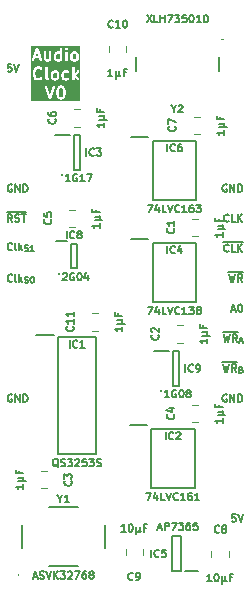
<source format=gto>
%TF.GenerationSoftware,KiCad,Pcbnew,8.0.7*%
%TF.CreationDate,2025-01-30T11:15:06+02:00*%
%TF.ProjectId,Audio Clock,41756469-6f20-4436-9c6f-636b2e6b6963,V0*%
%TF.SameCoordinates,Original*%
%TF.FileFunction,Legend,Top*%
%TF.FilePolarity,Positive*%
%FSLAX46Y46*%
G04 Gerber Fmt 4.6, Leading zero omitted, Abs format (unit mm)*
G04 Created by KiCad (PCBNEW 8.0.7) date 2025-01-30 11:15:06*
%MOMM*%
%LPD*%
G01*
G04 APERTURE LIST*
%ADD10C,0.150000*%
%ADD11C,0.200000*%
%ADD12C,0.120000*%
%ADD13C,0.100000*%
G04 APERTURE END LIST*
D10*
X1822255Y349036D02*
X1519874Y349036D01*
X1519874Y349036D02*
X1489636Y46655D01*
X1489636Y46655D02*
X1519874Y76894D01*
X1519874Y76894D02*
X1580350Y107132D01*
X1580350Y107132D02*
X1731541Y107132D01*
X1731541Y107132D02*
X1792017Y76894D01*
X1792017Y76894D02*
X1822255Y46655D01*
X1822255Y46655D02*
X1852493Y-13820D01*
X1852493Y-13820D02*
X1852493Y-165010D01*
X1852493Y-165010D02*
X1822255Y-225486D01*
X1822255Y-225486D02*
X1792017Y-255725D01*
X1792017Y-255725D02*
X1731541Y-285963D01*
X1731541Y-285963D02*
X1580350Y-285963D01*
X1580350Y-285963D02*
X1519874Y-255725D01*
X1519874Y-255725D02*
X1489636Y-225486D01*
X2033922Y349036D02*
X2245588Y-285963D01*
X2245588Y-285963D02*
X2457255Y349036D01*
X20795839Y-37750963D02*
X20493458Y-37750963D01*
X20493458Y-37750963D02*
X20463220Y-38053344D01*
X20463220Y-38053344D02*
X20493458Y-38023105D01*
X20493458Y-38023105D02*
X20553934Y-37992867D01*
X20553934Y-37992867D02*
X20705125Y-37992867D01*
X20705125Y-37992867D02*
X20765601Y-38023105D01*
X20765601Y-38023105D02*
X20795839Y-38053344D01*
X20795839Y-38053344D02*
X20826077Y-38113820D01*
X20826077Y-38113820D02*
X20826077Y-38265010D01*
X20826077Y-38265010D02*
X20795839Y-38325486D01*
X20795839Y-38325486D02*
X20765601Y-38355725D01*
X20765601Y-38355725D02*
X20705125Y-38385963D01*
X20705125Y-38385963D02*
X20553934Y-38385963D01*
X20553934Y-38385963D02*
X20493458Y-38355725D01*
X20493458Y-38355725D02*
X20463220Y-38325486D01*
X21007506Y-37750963D02*
X21219172Y-38385963D01*
X21219172Y-38385963D02*
X21430839Y-37750963D01*
X19713316Y-25050963D02*
X19864506Y-25685963D01*
X19864506Y-25685963D02*
X19985459Y-25232391D01*
X19985459Y-25232391D02*
X20106411Y-25685963D01*
X20106411Y-25685963D02*
X20257602Y-25050963D01*
X20862363Y-25685963D02*
X20650696Y-25383582D01*
X20499506Y-25685963D02*
X20499506Y-25050963D01*
X20499506Y-25050963D02*
X20741411Y-25050963D01*
X20741411Y-25050963D02*
X20801887Y-25081201D01*
X20801887Y-25081201D02*
X20832125Y-25111439D01*
X20832125Y-25111439D02*
X20862363Y-25171915D01*
X20862363Y-25171915D02*
X20862363Y-25262629D01*
X20862363Y-25262629D02*
X20832125Y-25323105D01*
X20832125Y-25323105D02*
X20801887Y-25353344D01*
X20801887Y-25353344D02*
X20741411Y-25383582D01*
X20741411Y-25383582D02*
X20499506Y-25383582D01*
X19686102Y-24874675D02*
X20919816Y-24874675D01*
X21273601Y-25490020D02*
X21346173Y-25514210D01*
X21346173Y-25514210D02*
X21370363Y-25538401D01*
X21370363Y-25538401D02*
X21394554Y-25586782D01*
X21394554Y-25586782D02*
X21394554Y-25659353D01*
X21394554Y-25659353D02*
X21370363Y-25707734D01*
X21370363Y-25707734D02*
X21346173Y-25731925D01*
X21346173Y-25731925D02*
X21297792Y-25756115D01*
X21297792Y-25756115D02*
X21104268Y-25756115D01*
X21104268Y-25756115D02*
X21104268Y-25248115D01*
X21104268Y-25248115D02*
X21273601Y-25248115D01*
X21273601Y-25248115D02*
X21321982Y-25272305D01*
X21321982Y-25272305D02*
X21346173Y-25296496D01*
X21346173Y-25296496D02*
X21370363Y-25344877D01*
X21370363Y-25344877D02*
X21370363Y-25393258D01*
X21370363Y-25393258D02*
X21346173Y-25441639D01*
X21346173Y-25441639D02*
X21321982Y-25465829D01*
X21321982Y-25465829D02*
X21273601Y-25490020D01*
X21273601Y-25490020D02*
X21104268Y-25490020D01*
X20039887Y-9841201D02*
X19979411Y-9810963D01*
X19979411Y-9810963D02*
X19888697Y-9810963D01*
X19888697Y-9810963D02*
X19797982Y-9841201D01*
X19797982Y-9841201D02*
X19737506Y-9901677D01*
X19737506Y-9901677D02*
X19707268Y-9962153D01*
X19707268Y-9962153D02*
X19677030Y-10083105D01*
X19677030Y-10083105D02*
X19677030Y-10173820D01*
X19677030Y-10173820D02*
X19707268Y-10294772D01*
X19707268Y-10294772D02*
X19737506Y-10355248D01*
X19737506Y-10355248D02*
X19797982Y-10415725D01*
X19797982Y-10415725D02*
X19888697Y-10445963D01*
X19888697Y-10445963D02*
X19949173Y-10445963D01*
X19949173Y-10445963D02*
X20039887Y-10415725D01*
X20039887Y-10415725D02*
X20070125Y-10385486D01*
X20070125Y-10385486D02*
X20070125Y-10173820D01*
X20070125Y-10173820D02*
X19949173Y-10173820D01*
X20342268Y-10445963D02*
X20342268Y-9810963D01*
X20342268Y-9810963D02*
X20705125Y-10445963D01*
X20705125Y-10445963D02*
X20705125Y-9810963D01*
X21007506Y-10445963D02*
X21007506Y-9810963D01*
X21007506Y-9810963D02*
X21158696Y-9810963D01*
X21158696Y-9810963D02*
X21249411Y-9841201D01*
X21249411Y-9841201D02*
X21309887Y-9901677D01*
X21309887Y-9901677D02*
X21340125Y-9962153D01*
X21340125Y-9962153D02*
X21370363Y-10083105D01*
X21370363Y-10083105D02*
X21370363Y-10173820D01*
X21370363Y-10173820D02*
X21340125Y-10294772D01*
X21340125Y-10294772D02*
X21309887Y-10355248D01*
X21309887Y-10355248D02*
X21249411Y-10415725D01*
X21249411Y-10415725D02*
X21158696Y-10445963D01*
X21158696Y-10445963D02*
X21007506Y-10445963D01*
X1852493Y-27621201D02*
X1792017Y-27590963D01*
X1792017Y-27590963D02*
X1701303Y-27590963D01*
X1701303Y-27590963D02*
X1610588Y-27621201D01*
X1610588Y-27621201D02*
X1550112Y-27681677D01*
X1550112Y-27681677D02*
X1519874Y-27742153D01*
X1519874Y-27742153D02*
X1489636Y-27863105D01*
X1489636Y-27863105D02*
X1489636Y-27953820D01*
X1489636Y-27953820D02*
X1519874Y-28074772D01*
X1519874Y-28074772D02*
X1550112Y-28135248D01*
X1550112Y-28135248D02*
X1610588Y-28195725D01*
X1610588Y-28195725D02*
X1701303Y-28225963D01*
X1701303Y-28225963D02*
X1761779Y-28225963D01*
X1761779Y-28225963D02*
X1852493Y-28195725D01*
X1852493Y-28195725D02*
X1882731Y-28165486D01*
X1882731Y-28165486D02*
X1882731Y-27953820D01*
X1882731Y-27953820D02*
X1761779Y-27953820D01*
X2154874Y-28225963D02*
X2154874Y-27590963D01*
X2154874Y-27590963D02*
X2517731Y-28225963D01*
X2517731Y-28225963D02*
X2517731Y-27590963D01*
X2820112Y-28225963D02*
X2820112Y-27590963D01*
X2820112Y-27590963D02*
X2971302Y-27590963D01*
X2971302Y-27590963D02*
X3062017Y-27621201D01*
X3062017Y-27621201D02*
X3122493Y-27681677D01*
X3122493Y-27681677D02*
X3152731Y-27742153D01*
X3152731Y-27742153D02*
X3182969Y-27863105D01*
X3182969Y-27863105D02*
X3182969Y-27953820D01*
X3182969Y-27953820D02*
X3152731Y-28074772D01*
X3152731Y-28074772D02*
X3122493Y-28135248D01*
X3122493Y-28135248D02*
X3062017Y-28195725D01*
X3062017Y-28195725D02*
X2971302Y-28225963D01*
X2971302Y-28225963D02*
X2820112Y-28225963D01*
X1882731Y-18005486D02*
X1852493Y-18035725D01*
X1852493Y-18035725D02*
X1761779Y-18065963D01*
X1761779Y-18065963D02*
X1701303Y-18065963D01*
X1701303Y-18065963D02*
X1610588Y-18035725D01*
X1610588Y-18035725D02*
X1550112Y-17975248D01*
X1550112Y-17975248D02*
X1519874Y-17914772D01*
X1519874Y-17914772D02*
X1489636Y-17793820D01*
X1489636Y-17793820D02*
X1489636Y-17703105D01*
X1489636Y-17703105D02*
X1519874Y-17582153D01*
X1519874Y-17582153D02*
X1550112Y-17521677D01*
X1550112Y-17521677D02*
X1610588Y-17461201D01*
X1610588Y-17461201D02*
X1701303Y-17430963D01*
X1701303Y-17430963D02*
X1761779Y-17430963D01*
X1761779Y-17430963D02*
X1852493Y-17461201D01*
X1852493Y-17461201D02*
X1882731Y-17491439D01*
X2245588Y-18065963D02*
X2185112Y-18035725D01*
X2185112Y-18035725D02*
X2154874Y-17975248D01*
X2154874Y-17975248D02*
X2154874Y-17430963D01*
X2487493Y-18065963D02*
X2487493Y-17430963D01*
X2547969Y-17824058D02*
X2729398Y-18065963D01*
X2729398Y-17642629D02*
X2487493Y-17884534D01*
X2947112Y-18111925D02*
X3019684Y-18136115D01*
X3019684Y-18136115D02*
X3140636Y-18136115D01*
X3140636Y-18136115D02*
X3189017Y-18111925D01*
X3189017Y-18111925D02*
X3213208Y-18087734D01*
X3213208Y-18087734D02*
X3237398Y-18039353D01*
X3237398Y-18039353D02*
X3237398Y-17990972D01*
X3237398Y-17990972D02*
X3213208Y-17942591D01*
X3213208Y-17942591D02*
X3189017Y-17918401D01*
X3189017Y-17918401D02*
X3140636Y-17894210D01*
X3140636Y-17894210D02*
X3043874Y-17870020D01*
X3043874Y-17870020D02*
X2995493Y-17845829D01*
X2995493Y-17845829D02*
X2971303Y-17821639D01*
X2971303Y-17821639D02*
X2947112Y-17773258D01*
X2947112Y-17773258D02*
X2947112Y-17724877D01*
X2947112Y-17724877D02*
X2971303Y-17676496D01*
X2971303Y-17676496D02*
X2995493Y-17652305D01*
X2995493Y-17652305D02*
X3043874Y-17628115D01*
X3043874Y-17628115D02*
X3164827Y-17628115D01*
X3164827Y-17628115D02*
X3237398Y-17652305D01*
X3551875Y-17628115D02*
X3600256Y-17628115D01*
X3600256Y-17628115D02*
X3648637Y-17652305D01*
X3648637Y-17652305D02*
X3672827Y-17676496D01*
X3672827Y-17676496D02*
X3697018Y-17724877D01*
X3697018Y-17724877D02*
X3721208Y-17821639D01*
X3721208Y-17821639D02*
X3721208Y-17942591D01*
X3721208Y-17942591D02*
X3697018Y-18039353D01*
X3697018Y-18039353D02*
X3672827Y-18087734D01*
X3672827Y-18087734D02*
X3648637Y-18111925D01*
X3648637Y-18111925D02*
X3600256Y-18136115D01*
X3600256Y-18136115D02*
X3551875Y-18136115D01*
X3551875Y-18136115D02*
X3503494Y-18111925D01*
X3503494Y-18111925D02*
X3479303Y-18087734D01*
X3479303Y-18087734D02*
X3455113Y-18039353D01*
X3455113Y-18039353D02*
X3430922Y-17942591D01*
X3430922Y-17942591D02*
X3430922Y-17821639D01*
X3430922Y-17821639D02*
X3455113Y-17724877D01*
X3455113Y-17724877D02*
X3479303Y-17676496D01*
X3479303Y-17676496D02*
X3503494Y-17652305D01*
X3503494Y-17652305D02*
X3551875Y-17628115D01*
X1882731Y-12985963D02*
X1671064Y-12683582D01*
X1519874Y-12985963D02*
X1519874Y-12350963D01*
X1519874Y-12350963D02*
X1761779Y-12350963D01*
X1761779Y-12350963D02*
X1822255Y-12381201D01*
X1822255Y-12381201D02*
X1852493Y-12411439D01*
X1852493Y-12411439D02*
X1882731Y-12471915D01*
X1882731Y-12471915D02*
X1882731Y-12562629D01*
X1882731Y-12562629D02*
X1852493Y-12623105D01*
X1852493Y-12623105D02*
X1822255Y-12653344D01*
X1822255Y-12653344D02*
X1761779Y-12683582D01*
X1761779Y-12683582D02*
X1519874Y-12683582D01*
X2124636Y-12955725D02*
X2215350Y-12985963D01*
X2215350Y-12985963D02*
X2366541Y-12985963D01*
X2366541Y-12985963D02*
X2427017Y-12955725D01*
X2427017Y-12955725D02*
X2457255Y-12925486D01*
X2457255Y-12925486D02*
X2487493Y-12865010D01*
X2487493Y-12865010D02*
X2487493Y-12804534D01*
X2487493Y-12804534D02*
X2457255Y-12744058D01*
X2457255Y-12744058D02*
X2427017Y-12713820D01*
X2427017Y-12713820D02*
X2366541Y-12683582D01*
X2366541Y-12683582D02*
X2245588Y-12653344D01*
X2245588Y-12653344D02*
X2185112Y-12623105D01*
X2185112Y-12623105D02*
X2154874Y-12592867D01*
X2154874Y-12592867D02*
X2124636Y-12532391D01*
X2124636Y-12532391D02*
X2124636Y-12471915D01*
X2124636Y-12471915D02*
X2154874Y-12411439D01*
X2154874Y-12411439D02*
X2185112Y-12381201D01*
X2185112Y-12381201D02*
X2245588Y-12350963D01*
X2245588Y-12350963D02*
X2396779Y-12350963D01*
X2396779Y-12350963D02*
X2487493Y-12381201D01*
X2668922Y-12350963D02*
X3031779Y-12350963D01*
X2850350Y-12985963D02*
X2850350Y-12350963D01*
X1432184Y-12174675D02*
X3028756Y-12174675D01*
X20221315Y-15465486D02*
X20191077Y-15495725D01*
X20191077Y-15495725D02*
X20100363Y-15525963D01*
X20100363Y-15525963D02*
X20039887Y-15525963D01*
X20039887Y-15525963D02*
X19949172Y-15495725D01*
X19949172Y-15495725D02*
X19888696Y-15435248D01*
X19888696Y-15435248D02*
X19858458Y-15374772D01*
X19858458Y-15374772D02*
X19828220Y-15253820D01*
X19828220Y-15253820D02*
X19828220Y-15163105D01*
X19828220Y-15163105D02*
X19858458Y-15042153D01*
X19858458Y-15042153D02*
X19888696Y-14981677D01*
X19888696Y-14981677D02*
X19949172Y-14921201D01*
X19949172Y-14921201D02*
X20039887Y-14890963D01*
X20039887Y-14890963D02*
X20100363Y-14890963D01*
X20100363Y-14890963D02*
X20191077Y-14921201D01*
X20191077Y-14921201D02*
X20221315Y-14951439D01*
X20795839Y-15525963D02*
X20493458Y-15525963D01*
X20493458Y-15525963D02*
X20493458Y-14890963D01*
X21007506Y-15525963D02*
X21007506Y-14890963D01*
X21370363Y-15525963D02*
X21098220Y-15163105D01*
X21370363Y-14890963D02*
X21007506Y-15253820D01*
X19770768Y-14714675D02*
X21427816Y-14714675D01*
X19785887Y-22510963D02*
X19937077Y-23145963D01*
X19937077Y-23145963D02*
X20058030Y-22692391D01*
X20058030Y-22692391D02*
X20178982Y-23145963D01*
X20178982Y-23145963D02*
X20330173Y-22510963D01*
X20934934Y-23145963D02*
X20723267Y-22843582D01*
X20572077Y-23145963D02*
X20572077Y-22510963D01*
X20572077Y-22510963D02*
X20813982Y-22510963D01*
X20813982Y-22510963D02*
X20874458Y-22541201D01*
X20874458Y-22541201D02*
X20904696Y-22571439D01*
X20904696Y-22571439D02*
X20934934Y-22631915D01*
X20934934Y-22631915D02*
X20934934Y-22722629D01*
X20934934Y-22722629D02*
X20904696Y-22783105D01*
X20904696Y-22783105D02*
X20874458Y-22813344D01*
X20874458Y-22813344D02*
X20813982Y-22843582D01*
X20813982Y-22843582D02*
X20572077Y-22843582D01*
X19758673Y-22334675D02*
X20992387Y-22334675D01*
X21152648Y-23070972D02*
X21394553Y-23070972D01*
X21104267Y-23216115D02*
X21273601Y-22708115D01*
X21273601Y-22708115D02*
X21442934Y-23216115D01*
X1882731Y-15338486D02*
X1852493Y-15368725D01*
X1852493Y-15368725D02*
X1761779Y-15398963D01*
X1761779Y-15398963D02*
X1701303Y-15398963D01*
X1701303Y-15398963D02*
X1610588Y-15368725D01*
X1610588Y-15368725D02*
X1550112Y-15308248D01*
X1550112Y-15308248D02*
X1519874Y-15247772D01*
X1519874Y-15247772D02*
X1489636Y-15126820D01*
X1489636Y-15126820D02*
X1489636Y-15036105D01*
X1489636Y-15036105D02*
X1519874Y-14915153D01*
X1519874Y-14915153D02*
X1550112Y-14854677D01*
X1550112Y-14854677D02*
X1610588Y-14794201D01*
X1610588Y-14794201D02*
X1701303Y-14763963D01*
X1701303Y-14763963D02*
X1761779Y-14763963D01*
X1761779Y-14763963D02*
X1852493Y-14794201D01*
X1852493Y-14794201D02*
X1882731Y-14824439D01*
X2245588Y-15398963D02*
X2185112Y-15368725D01*
X2185112Y-15368725D02*
X2154874Y-15308248D01*
X2154874Y-15308248D02*
X2154874Y-14763963D01*
X2487493Y-15398963D02*
X2487493Y-14763963D01*
X2547969Y-15157058D02*
X2729398Y-15398963D01*
X2729398Y-14975629D02*
X2487493Y-15217534D01*
X2947112Y-15444925D02*
X3019684Y-15469115D01*
X3019684Y-15469115D02*
X3140636Y-15469115D01*
X3140636Y-15469115D02*
X3189017Y-15444925D01*
X3189017Y-15444925D02*
X3213208Y-15420734D01*
X3213208Y-15420734D02*
X3237398Y-15372353D01*
X3237398Y-15372353D02*
X3237398Y-15323972D01*
X3237398Y-15323972D02*
X3213208Y-15275591D01*
X3213208Y-15275591D02*
X3189017Y-15251401D01*
X3189017Y-15251401D02*
X3140636Y-15227210D01*
X3140636Y-15227210D02*
X3043874Y-15203020D01*
X3043874Y-15203020D02*
X2995493Y-15178829D01*
X2995493Y-15178829D02*
X2971303Y-15154639D01*
X2971303Y-15154639D02*
X2947112Y-15106258D01*
X2947112Y-15106258D02*
X2947112Y-15057877D01*
X2947112Y-15057877D02*
X2971303Y-15009496D01*
X2971303Y-15009496D02*
X2995493Y-14985305D01*
X2995493Y-14985305D02*
X3043874Y-14961115D01*
X3043874Y-14961115D02*
X3164827Y-14961115D01*
X3164827Y-14961115D02*
X3237398Y-14985305D01*
X3721208Y-15469115D02*
X3430922Y-15469115D01*
X3576065Y-15469115D02*
X3576065Y-14961115D01*
X3576065Y-14961115D02*
X3527684Y-15033686D01*
X3527684Y-15033686D02*
X3479303Y-15082067D01*
X3479303Y-15082067D02*
X3430922Y-15106258D01*
X20221315Y-12925486D02*
X20191077Y-12955725D01*
X20191077Y-12955725D02*
X20100363Y-12985963D01*
X20100363Y-12985963D02*
X20039887Y-12985963D01*
X20039887Y-12985963D02*
X19949172Y-12955725D01*
X19949172Y-12955725D02*
X19888696Y-12895248D01*
X19888696Y-12895248D02*
X19858458Y-12834772D01*
X19858458Y-12834772D02*
X19828220Y-12713820D01*
X19828220Y-12713820D02*
X19828220Y-12623105D01*
X19828220Y-12623105D02*
X19858458Y-12502153D01*
X19858458Y-12502153D02*
X19888696Y-12441677D01*
X19888696Y-12441677D02*
X19949172Y-12381201D01*
X19949172Y-12381201D02*
X20039887Y-12350963D01*
X20039887Y-12350963D02*
X20100363Y-12350963D01*
X20100363Y-12350963D02*
X20191077Y-12381201D01*
X20191077Y-12381201D02*
X20221315Y-12411439D01*
X20795839Y-12985963D02*
X20493458Y-12985963D01*
X20493458Y-12985963D02*
X20493458Y-12350963D01*
X21007506Y-12985963D02*
X21007506Y-12350963D01*
X21370363Y-12985963D02*
X21098220Y-12623105D01*
X21370363Y-12350963D02*
X21007506Y-12713820D01*
X20221316Y-17430963D02*
X20372506Y-18065963D01*
X20372506Y-18065963D02*
X20493459Y-17612391D01*
X20493459Y-17612391D02*
X20614411Y-18065963D01*
X20614411Y-18065963D02*
X20765602Y-17430963D01*
X21370363Y-18065963D02*
X21158696Y-17763582D01*
X21007506Y-18065963D02*
X21007506Y-17430963D01*
X21007506Y-17430963D02*
X21249411Y-17430963D01*
X21249411Y-17430963D02*
X21309887Y-17461201D01*
X21309887Y-17461201D02*
X21340125Y-17491439D01*
X21340125Y-17491439D02*
X21370363Y-17551915D01*
X21370363Y-17551915D02*
X21370363Y-17642629D01*
X21370363Y-17642629D02*
X21340125Y-17703105D01*
X21340125Y-17703105D02*
X21309887Y-17733344D01*
X21309887Y-17733344D02*
X21249411Y-17763582D01*
X21249411Y-17763582D02*
X21007506Y-17763582D01*
X20194102Y-17254675D02*
X21427816Y-17254675D01*
D11*
G36*
X6100192Y-1664024D02*
G01*
X6124861Y-1688692D01*
X6160314Y-1759599D01*
X6202285Y-1927480D01*
X6202285Y-2140956D01*
X6160314Y-2308837D01*
X6124861Y-2379743D01*
X6100192Y-2404413D01*
X6040583Y-2434219D01*
X5992559Y-2434219D01*
X5932949Y-2404414D01*
X5908282Y-2379746D01*
X5872827Y-2308837D01*
X5830857Y-2140956D01*
X5830857Y-1927481D01*
X5872827Y-1759599D01*
X5908281Y-1688692D01*
X5932949Y-1664023D01*
X5992559Y-1634219D01*
X6040583Y-1634219D01*
X6100192Y-1664024D01*
G37*
G36*
X5624002Y-387413D02*
G01*
X5648671Y-412081D01*
X5678476Y-471691D01*
X5678476Y-710191D01*
X5648671Y-769799D01*
X5624002Y-794469D01*
X5564393Y-824275D01*
X5468750Y-824275D01*
X5409140Y-794470D01*
X5384473Y-769802D01*
X5354667Y-710190D01*
X5354667Y-471691D01*
X5384472Y-412081D01*
X5409140Y-387412D01*
X5468750Y-357608D01*
X5564393Y-357608D01*
X5624002Y-387413D01*
G37*
G36*
X5892762Y1242912D02*
G01*
X5892762Y795090D01*
X5873918Y785668D01*
X5730654Y785668D01*
X5671046Y815472D01*
X5646377Y840142D01*
X5616572Y899752D01*
X5616572Y1138251D01*
X5646377Y1197861D01*
X5671045Y1222530D01*
X5730655Y1252335D01*
X5873917Y1252335D01*
X5892762Y1242912D01*
G37*
G36*
X7266859Y1222529D02*
G01*
X7291528Y1197861D01*
X7321333Y1138252D01*
X7321333Y899752D01*
X7291528Y840142D01*
X7266857Y815471D01*
X7207251Y785668D01*
X7111606Y785668D01*
X7051998Y815472D01*
X7027329Y840142D01*
X6997524Y899752D01*
X6997524Y1138251D01*
X7027329Y1197861D01*
X7051997Y1222530D01*
X7111607Y1252335D01*
X7207250Y1252335D01*
X7266859Y1222529D01*
G37*
G36*
X4092115Y1071383D02*
G01*
X3893410Y1071383D01*
X3992762Y1369440D01*
X4092115Y1071383D01*
G37*
G36*
X7656106Y-2745330D02*
G01*
X3449103Y-2745330D01*
X3449103Y-1546726D01*
X4679261Y-1546726D01*
X4683608Y-1565842D01*
X5016941Y-2565841D01*
X5024932Y-2583742D01*
X5029615Y-2589141D01*
X5032810Y-2595531D01*
X5042281Y-2603746D01*
X5050497Y-2613218D01*
X5056885Y-2616412D01*
X5062286Y-2621096D01*
X5074187Y-2625063D01*
X5085396Y-2630667D01*
X5092520Y-2631173D01*
X5099302Y-2633434D01*
X5111811Y-2632544D01*
X5124316Y-2633434D01*
X5131094Y-2631174D01*
X5138222Y-2630668D01*
X5149438Y-2625059D01*
X5161332Y-2621095D01*
X5166729Y-2616414D01*
X5173121Y-2613218D01*
X5181339Y-2603742D01*
X5190808Y-2595530D01*
X5194001Y-2589143D01*
X5198686Y-2583742D01*
X5206677Y-2565842D01*
X5423567Y-1915171D01*
X5630857Y-1915171D01*
X5630857Y-2153266D01*
X5631192Y-2156668D01*
X5630975Y-2158127D01*
X5632054Y-2165424D01*
X5632778Y-2172775D01*
X5633342Y-2174138D01*
X5633843Y-2177520D01*
X5681462Y-2367995D01*
X5681975Y-2369432D01*
X5682027Y-2370155D01*
X5685135Y-2378279D01*
X5688057Y-2386456D01*
X5688487Y-2387036D01*
X5689033Y-2388463D01*
X5736652Y-2483701D01*
X5741935Y-2492093D01*
X5742947Y-2494537D01*
X5745203Y-2497286D01*
X5747095Y-2500291D01*
X5749089Y-2502020D01*
X5755384Y-2509690D01*
X5803002Y-2557310D01*
X5810670Y-2563603D01*
X5812402Y-2565600D01*
X5815410Y-2567493D01*
X5818156Y-2569747D01*
X5820596Y-2570757D01*
X5828993Y-2576043D01*
X5924230Y-2623662D01*
X5942539Y-2630668D01*
X5946122Y-2630922D01*
X5949443Y-2632298D01*
X5968952Y-2634219D01*
X6064190Y-2634219D01*
X6083699Y-2632298D01*
X6087019Y-2630922D01*
X6090603Y-2630668D01*
X6108911Y-2623662D01*
X6204149Y-2576043D01*
X6212544Y-2570758D01*
X6214986Y-2569747D01*
X6217733Y-2567491D01*
X6220739Y-2565600D01*
X6222469Y-2563605D01*
X6230139Y-2557310D01*
X6277758Y-2509690D01*
X6284050Y-2502023D01*
X6286047Y-2500292D01*
X6287940Y-2497284D01*
X6290195Y-2494537D01*
X6291206Y-2492095D01*
X6296490Y-2483701D01*
X6344109Y-2388464D01*
X6344655Y-2387035D01*
X6345085Y-2386456D01*
X6348006Y-2378279D01*
X6351115Y-2370155D01*
X6351166Y-2369434D01*
X6351680Y-2367996D01*
X6399299Y-2177520D01*
X6399799Y-2174138D01*
X6400364Y-2172775D01*
X6401087Y-2165424D01*
X6402167Y-2158127D01*
X6401949Y-2156668D01*
X6402285Y-2153266D01*
X6402285Y-1915171D01*
X6401949Y-1911768D01*
X6402167Y-1910310D01*
X6401087Y-1903012D01*
X6400364Y-1895662D01*
X6399799Y-1894298D01*
X6399299Y-1890917D01*
X6351680Y-1700441D01*
X6351166Y-1699002D01*
X6351115Y-1698282D01*
X6348006Y-1690157D01*
X6345085Y-1681981D01*
X6344655Y-1681401D01*
X6344109Y-1679973D01*
X6296490Y-1584736D01*
X6291204Y-1576339D01*
X6290194Y-1573899D01*
X6287940Y-1571153D01*
X6286047Y-1568145D01*
X6284049Y-1566412D01*
X6277757Y-1558746D01*
X6230139Y-1511127D01*
X6222468Y-1504832D01*
X6220739Y-1502838D01*
X6217731Y-1500944D01*
X6214985Y-1498691D01*
X6212545Y-1497680D01*
X6204149Y-1492395D01*
X6108911Y-1444776D01*
X6090603Y-1437770D01*
X6087019Y-1437515D01*
X6083699Y-1436140D01*
X6064190Y-1434219D01*
X5968952Y-1434219D01*
X5949443Y-1436140D01*
X5946122Y-1437515D01*
X5942539Y-1437770D01*
X5924230Y-1444776D01*
X5828993Y-1492395D01*
X5820596Y-1497680D01*
X5818156Y-1498691D01*
X5815410Y-1500944D01*
X5812402Y-1502838D01*
X5810669Y-1504835D01*
X5803003Y-1511128D01*
X5755384Y-1558746D01*
X5749089Y-1566416D01*
X5747095Y-1568146D01*
X5745201Y-1571153D01*
X5742948Y-1573900D01*
X5741937Y-1576339D01*
X5736652Y-1584736D01*
X5689033Y-1679974D01*
X5688487Y-1681400D01*
X5688057Y-1681981D01*
X5685135Y-1690157D01*
X5682027Y-1698282D01*
X5681975Y-1699004D01*
X5681462Y-1700442D01*
X5633843Y-1890917D01*
X5633342Y-1894298D01*
X5632778Y-1895662D01*
X5632054Y-1903012D01*
X5630975Y-1910310D01*
X5631192Y-1911768D01*
X5630857Y-1915171D01*
X5423567Y-1915171D01*
X5540010Y-1565842D01*
X5544357Y-1546727D01*
X5541591Y-1507807D01*
X5524141Y-1472908D01*
X5494665Y-1447343D01*
X5457649Y-1435004D01*
X5418729Y-1437771D01*
X5383830Y-1455220D01*
X5358265Y-1484696D01*
X5350274Y-1502597D01*
X5111809Y-2217991D01*
X4873344Y-1502596D01*
X4865353Y-1484696D01*
X4839788Y-1455220D01*
X4804889Y-1437770D01*
X4765969Y-1435004D01*
X4728953Y-1447342D01*
X4699477Y-1472907D01*
X4682027Y-1507806D01*
X4679261Y-1546726D01*
X3449103Y-1546726D01*
X3449103Y-352846D01*
X3630857Y-352846D01*
X3630857Y-495703D01*
X3631192Y-499105D01*
X3630975Y-500564D01*
X3632054Y-507861D01*
X3632778Y-515212D01*
X3633342Y-516575D01*
X3633843Y-519957D01*
X3681462Y-710432D01*
X3681975Y-711869D01*
X3682027Y-712592D01*
X3685135Y-720716D01*
X3688057Y-728893D01*
X3688487Y-729473D01*
X3689033Y-730900D01*
X3736652Y-826138D01*
X3741934Y-834530D01*
X3742947Y-836974D01*
X3745203Y-839723D01*
X3747095Y-842728D01*
X3749089Y-844457D01*
X3755384Y-852127D01*
X3850622Y-947367D01*
X3865775Y-959803D01*
X3869094Y-961178D01*
X3871810Y-963533D01*
X3889710Y-971524D01*
X4032567Y-1019143D01*
X4042239Y-1021342D01*
X4044681Y-1022354D01*
X4048218Y-1022702D01*
X4051682Y-1023490D01*
X4054316Y-1023302D01*
X4064190Y-1024275D01*
X4159428Y-1024275D01*
X4169301Y-1023302D01*
X4171935Y-1023490D01*
X4175398Y-1022702D01*
X4178937Y-1022354D01*
X4181379Y-1021342D01*
X4191051Y-1019143D01*
X4333907Y-971524D01*
X4351808Y-963533D01*
X4354523Y-961178D01*
X4357843Y-959803D01*
X4372996Y-947366D01*
X4420615Y-899746D01*
X4433052Y-884593D01*
X4447983Y-848544D01*
X4447982Y-809526D01*
X4433051Y-773478D01*
X4405460Y-745888D01*
X4369412Y-730957D01*
X4330394Y-730958D01*
X4294346Y-745889D01*
X4279192Y-758326D01*
X4248265Y-789253D01*
X4143201Y-824275D01*
X4080416Y-824275D01*
X3975351Y-789253D01*
X3908281Y-722183D01*
X3872827Y-651274D01*
X3830857Y-483393D01*
X3830857Y-365156D01*
X3872827Y-197274D01*
X3908281Y-126366D01*
X3975350Y-59298D01*
X4080416Y-24276D01*
X4143201Y-24276D01*
X4248267Y-59298D01*
X4279194Y-90225D01*
X4294348Y-102661D01*
X4330396Y-117592D01*
X4369414Y-117592D01*
X4405462Y-102660D01*
X4433052Y-75070D01*
X4447983Y-39021D01*
X4447983Y-3D01*
X4433051Y36045D01*
X4420614Y51198D01*
X4396087Y75724D01*
X4678476Y75724D01*
X4678476Y-781417D01*
X4680397Y-800926D01*
X4681772Y-804246D01*
X4682027Y-807829D01*
X4689033Y-826138D01*
X4736652Y-921377D01*
X4738705Y-924640D01*
X4739219Y-926179D01*
X4740881Y-928095D01*
X4747095Y-937967D01*
X4756566Y-946181D01*
X4764783Y-955656D01*
X4774653Y-961868D01*
X4776571Y-963532D01*
X4778111Y-964045D01*
X4781374Y-966099D01*
X4876611Y-1013718D01*
X4894920Y-1020724D01*
X4933840Y-1023490D01*
X4970856Y-1011151D01*
X5000333Y-985586D01*
X5017782Y-950688D01*
X5020547Y-911768D01*
X5008209Y-874752D01*
X4982644Y-845275D01*
X4966054Y-834832D01*
X4900630Y-802120D01*
X4878476Y-757810D01*
X4878476Y-448084D01*
X5154667Y-448084D01*
X5154667Y-733798D01*
X5156588Y-753307D01*
X5157963Y-756627D01*
X5158218Y-760211D01*
X5165224Y-778519D01*
X5212843Y-873757D01*
X5218126Y-882149D01*
X5219138Y-884593D01*
X5221394Y-887342D01*
X5223286Y-890347D01*
X5225280Y-892076D01*
X5231575Y-899746D01*
X5279193Y-947366D01*
X5286861Y-953659D01*
X5288593Y-955656D01*
X5291601Y-957549D01*
X5294347Y-959803D01*
X5296787Y-960813D01*
X5305184Y-966099D01*
X5400421Y-1013718D01*
X5418730Y-1020724D01*
X5422313Y-1020978D01*
X5425634Y-1022354D01*
X5445143Y-1024275D01*
X5588000Y-1024275D01*
X5607509Y-1022354D01*
X5610829Y-1020978D01*
X5614413Y-1020724D01*
X5632721Y-1013718D01*
X5727959Y-966099D01*
X5736354Y-960814D01*
X5738796Y-959803D01*
X5741543Y-957547D01*
X5744549Y-955656D01*
X5746279Y-953661D01*
X5753949Y-947366D01*
X5801568Y-899746D01*
X5807860Y-892079D01*
X5809857Y-890348D01*
X5811750Y-887340D01*
X5814005Y-884593D01*
X5815016Y-882151D01*
X5820300Y-873757D01*
X5867919Y-778520D01*
X5874925Y-760211D01*
X5875179Y-756627D01*
X5876555Y-753307D01*
X5878476Y-733798D01*
X5878476Y-448084D01*
X6059429Y-448084D01*
X6059429Y-733798D01*
X6061350Y-753307D01*
X6062725Y-756627D01*
X6062980Y-760211D01*
X6069986Y-778519D01*
X6117605Y-873757D01*
X6122888Y-882149D01*
X6123900Y-884593D01*
X6126156Y-887342D01*
X6128048Y-890347D01*
X6130042Y-892076D01*
X6136337Y-899746D01*
X6183955Y-947366D01*
X6191623Y-953659D01*
X6193355Y-955656D01*
X6196363Y-957549D01*
X6199109Y-959803D01*
X6201549Y-960813D01*
X6209946Y-966099D01*
X6305183Y-1013718D01*
X6323492Y-1020724D01*
X6327075Y-1020978D01*
X6330396Y-1022354D01*
X6349905Y-1024275D01*
X6540381Y-1024275D01*
X6559890Y-1022354D01*
X6563210Y-1020978D01*
X6566794Y-1020724D01*
X6585102Y-1013718D01*
X6680340Y-966099D01*
X6696930Y-955656D01*
X6722495Y-926179D01*
X6734833Y-889163D01*
X6732068Y-850243D01*
X6714619Y-815345D01*
X6685142Y-789780D01*
X6648126Y-777441D01*
X6609206Y-780207D01*
X6590897Y-787213D01*
X6516774Y-824275D01*
X6373512Y-824275D01*
X6313902Y-794470D01*
X6289235Y-769802D01*
X6259429Y-710190D01*
X6259429Y-471691D01*
X6289234Y-412081D01*
X6313902Y-387412D01*
X6373512Y-357608D01*
X6516774Y-357608D01*
X6590897Y-394670D01*
X6609206Y-401676D01*
X6648126Y-404442D01*
X6685142Y-392103D01*
X6714619Y-366538D01*
X6732068Y-331640D01*
X6734833Y-292720D01*
X6722495Y-255704D01*
X6696930Y-226227D01*
X6680340Y-215784D01*
X6585102Y-168165D01*
X6566794Y-161159D01*
X6563210Y-160904D01*
X6559890Y-159529D01*
X6540381Y-157608D01*
X6349905Y-157608D01*
X6330396Y-159529D01*
X6327075Y-160904D01*
X6323492Y-161159D01*
X6305183Y-168165D01*
X6209946Y-215784D01*
X6201549Y-221069D01*
X6199109Y-222080D01*
X6196363Y-224333D01*
X6193355Y-226227D01*
X6191622Y-228224D01*
X6183956Y-234517D01*
X6136337Y-282135D01*
X6130042Y-289805D01*
X6128048Y-291535D01*
X6126154Y-294542D01*
X6123901Y-297289D01*
X6122890Y-299728D01*
X6117605Y-308125D01*
X6069986Y-403363D01*
X6062980Y-421671D01*
X6062725Y-425254D01*
X6061350Y-428575D01*
X6059429Y-448084D01*
X5878476Y-448084D01*
X5876555Y-428575D01*
X5875179Y-425254D01*
X5874925Y-421671D01*
X5867919Y-403362D01*
X5820300Y-308125D01*
X5815014Y-299728D01*
X5814004Y-297288D01*
X5811750Y-294542D01*
X5809857Y-291534D01*
X5807859Y-289801D01*
X5801567Y-282135D01*
X5753949Y-234516D01*
X5746278Y-228221D01*
X5744549Y-226227D01*
X5741541Y-224333D01*
X5738795Y-222080D01*
X5736355Y-221069D01*
X5727959Y-215784D01*
X5632721Y-168165D01*
X5614413Y-161159D01*
X5610829Y-160904D01*
X5607509Y-159529D01*
X5588000Y-157608D01*
X5445143Y-157608D01*
X5425634Y-159529D01*
X5422313Y-160904D01*
X5418730Y-161159D01*
X5400421Y-168165D01*
X5305184Y-215784D01*
X5296787Y-221069D01*
X5294347Y-222080D01*
X5291601Y-224333D01*
X5288593Y-226227D01*
X5286860Y-228224D01*
X5279194Y-234517D01*
X5231575Y-282135D01*
X5225280Y-289805D01*
X5223286Y-291535D01*
X5221392Y-294542D01*
X5219139Y-297289D01*
X5218128Y-299728D01*
X5212843Y-308125D01*
X5165224Y-403363D01*
X5158218Y-421671D01*
X5157963Y-425254D01*
X5156588Y-428575D01*
X5154667Y-448084D01*
X4878476Y-448084D01*
X4878476Y75724D01*
X6964191Y75724D01*
X6964191Y-924275D01*
X6966112Y-943784D01*
X6981044Y-979832D01*
X7008634Y-1007422D01*
X7044682Y-1022354D01*
X7083700Y-1022354D01*
X7119748Y-1007422D01*
X7147338Y-979832D01*
X7162270Y-943784D01*
X7164191Y-924275D01*
X7164191Y-716338D01*
X7365143Y-984275D01*
X7378385Y-998730D01*
X7411960Y-1018609D01*
X7450586Y-1024127D01*
X7488383Y-1014444D01*
X7519598Y-991033D01*
X7539477Y-957459D01*
X7544995Y-918833D01*
X7535312Y-881035D01*
X7525143Y-864275D01*
X7291466Y-552705D01*
X7515853Y-328319D01*
X7528290Y-313166D01*
X7543221Y-277117D01*
X7543221Y-238099D01*
X7528290Y-202051D01*
X7500700Y-174461D01*
X7464652Y-159530D01*
X7425634Y-159530D01*
X7389585Y-174461D01*
X7374432Y-186898D01*
X7164191Y-397138D01*
X7164191Y75724D01*
X7162270Y95233D01*
X7147338Y131281D01*
X7119748Y158871D01*
X7083700Y173803D01*
X7044682Y173803D01*
X7008634Y158871D01*
X6981044Y131281D01*
X6966112Y95233D01*
X6964191Y75724D01*
X4878476Y75724D01*
X4876555Y95233D01*
X4861623Y131281D01*
X4834033Y158871D01*
X4797985Y173803D01*
X4758967Y173803D01*
X4722919Y158871D01*
X4695329Y131281D01*
X4680397Y95233D01*
X4678476Y75724D01*
X4396087Y75724D01*
X4372995Y98816D01*
X4357842Y111253D01*
X4354522Y112628D01*
X4351808Y114982D01*
X4333907Y122973D01*
X4191051Y170592D01*
X4181379Y172791D01*
X4178937Y173803D01*
X4175398Y174151D01*
X4171935Y174939D01*
X4169301Y174751D01*
X4159428Y175724D01*
X4064190Y175724D01*
X4054316Y174751D01*
X4051682Y174939D01*
X4048218Y174151D01*
X4044681Y173803D01*
X4042239Y172791D01*
X4032567Y170592D01*
X3889710Y122973D01*
X3871810Y114982D01*
X3869094Y112626D01*
X3865776Y111252D01*
X3850623Y98816D01*
X3755385Y3579D01*
X3749089Y-4090D01*
X3747095Y-5821D01*
X3745203Y-8826D01*
X3742948Y-11574D01*
X3741936Y-14015D01*
X3736652Y-22411D01*
X3689033Y-117649D01*
X3688487Y-119075D01*
X3688057Y-119656D01*
X3685135Y-127832D01*
X3682027Y-135957D01*
X3681975Y-136679D01*
X3681462Y-138117D01*
X3633843Y-328592D01*
X3633342Y-331973D01*
X3632778Y-333337D01*
X3632054Y-340687D01*
X3630975Y-347985D01*
X3631192Y-349443D01*
X3630857Y-352846D01*
X3449103Y-352846D01*
X3449103Y698175D01*
X3560214Y698175D01*
X3562980Y659255D01*
X3580430Y624356D01*
X3609906Y598791D01*
X3646922Y586453D01*
X3685842Y589219D01*
X3720741Y606669D01*
X3746306Y636145D01*
X3754297Y654045D01*
X3826743Y871383D01*
X4158781Y871383D01*
X4231227Y654046D01*
X4239218Y636145D01*
X4264783Y606669D01*
X4299682Y589220D01*
X4338602Y586453D01*
X4375618Y598792D01*
X4405094Y624357D01*
X4422544Y659256D01*
X4425310Y698176D01*
X4420963Y717291D01*
X4209282Y1352335D01*
X4559429Y1352335D01*
X4559429Y828526D01*
X4561350Y809017D01*
X4562725Y805696D01*
X4562980Y802113D01*
X4569986Y783805D01*
X4617605Y688567D01*
X4619657Y685306D01*
X4620171Y683766D01*
X4621834Y681848D01*
X4628048Y671977D01*
X4637520Y663761D01*
X4645736Y654289D01*
X4655607Y648075D01*
X4657525Y646412D01*
X4659065Y645898D01*
X4662326Y643846D01*
X4757564Y596226D01*
X4775873Y589219D01*
X4779456Y588964D01*
X4782777Y587589D01*
X4802286Y585668D01*
X4945143Y585668D01*
X4964652Y587589D01*
X4967971Y588964D01*
X4971557Y589219D01*
X4989865Y596226D01*
X5022446Y612517D01*
X5032443Y602521D01*
X5068491Y587589D01*
X5107509Y587589D01*
X5143557Y602521D01*
X5171147Y630111D01*
X5186079Y666159D01*
X5188000Y685668D01*
X5188000Y1161859D01*
X5416572Y1161859D01*
X5416572Y876145D01*
X5418493Y856636D01*
X5419868Y853315D01*
X5420123Y849732D01*
X5427129Y831424D01*
X5474748Y736186D01*
X5480033Y727789D01*
X5481044Y725350D01*
X5483297Y722603D01*
X5485191Y719596D01*
X5487185Y717866D01*
X5493480Y710196D01*
X5541099Y662578D01*
X5548768Y656283D01*
X5550498Y654289D01*
X5553502Y652397D01*
X5556252Y650141D01*
X5558695Y649129D01*
X5567088Y643846D01*
X5662326Y596226D01*
X5680635Y589219D01*
X5684218Y588964D01*
X5687539Y587589D01*
X5707048Y585668D01*
X5897524Y585668D01*
X5917033Y587589D01*
X5920352Y588964D01*
X5923938Y589219D01*
X5942246Y596226D01*
X5946847Y598526D01*
X5973253Y587589D01*
X6012271Y587589D01*
X6048319Y602521D01*
X6075909Y630111D01*
X6090841Y666159D01*
X6092762Y685668D01*
X6092762Y1352335D01*
X6368953Y1352335D01*
X6368953Y685668D01*
X6370874Y666159D01*
X6385806Y630111D01*
X6413396Y602521D01*
X6449444Y587589D01*
X6488462Y587589D01*
X6524510Y602521D01*
X6552100Y630111D01*
X6567032Y666159D01*
X6568953Y685668D01*
X6568953Y1161859D01*
X6797524Y1161859D01*
X6797524Y876145D01*
X6799445Y856636D01*
X6800820Y853315D01*
X6801075Y849732D01*
X6808081Y831424D01*
X6855700Y736186D01*
X6860985Y727789D01*
X6861996Y725350D01*
X6864249Y722603D01*
X6866143Y719596D01*
X6868137Y717866D01*
X6874432Y710196D01*
X6922051Y662578D01*
X6929720Y656283D01*
X6931450Y654289D01*
X6934454Y652397D01*
X6937204Y650141D01*
X6939647Y649129D01*
X6948040Y643846D01*
X7043278Y596226D01*
X7061587Y589219D01*
X7065170Y588964D01*
X7068491Y587589D01*
X7088000Y585668D01*
X7230857Y585668D01*
X7250366Y587589D01*
X7253685Y588964D01*
X7257271Y589219D01*
X7275579Y596226D01*
X7370817Y643846D01*
X7379212Y649130D01*
X7381652Y650141D01*
X7384397Y652394D01*
X7387408Y654289D01*
X7389139Y656285D01*
X7396806Y662577D01*
X7444424Y710196D01*
X7450716Y717862D01*
X7452714Y719595D01*
X7454607Y722603D01*
X7456861Y725349D01*
X7457871Y727789D01*
X7463157Y736186D01*
X7510776Y831423D01*
X7517782Y849732D01*
X7518036Y853315D01*
X7519412Y856636D01*
X7521333Y876145D01*
X7521333Y1161859D01*
X7519412Y1181368D01*
X7518036Y1184688D01*
X7517782Y1188272D01*
X7510776Y1206581D01*
X7463157Y1301818D01*
X7457871Y1310214D01*
X7456861Y1312655D01*
X7454607Y1315400D01*
X7452714Y1318409D01*
X7450716Y1320141D01*
X7444424Y1327808D01*
X7396806Y1375427D01*
X7389135Y1381721D01*
X7387406Y1383716D01*
X7384398Y1385609D01*
X7381652Y1387863D01*
X7379212Y1388873D01*
X7370816Y1394159D01*
X7275578Y1441778D01*
X7257270Y1448784D01*
X7253686Y1449038D01*
X7250366Y1450414D01*
X7230857Y1452335D01*
X7088000Y1452335D01*
X7068491Y1450414D01*
X7065170Y1449038D01*
X7061587Y1448784D01*
X7043278Y1441778D01*
X6948041Y1394159D01*
X6939644Y1388873D01*
X6937204Y1387863D01*
X6934458Y1385609D01*
X6931450Y1383716D01*
X6929717Y1381718D01*
X6922051Y1375426D01*
X6874432Y1327808D01*
X6868137Y1320137D01*
X6866143Y1318408D01*
X6864249Y1315400D01*
X6861996Y1312654D01*
X6860985Y1310214D01*
X6855700Y1301818D01*
X6808081Y1206580D01*
X6801075Y1188272D01*
X6800820Y1184688D01*
X6799445Y1181368D01*
X6797524Y1161859D01*
X6568953Y1161859D01*
X6568953Y1352335D01*
X6567032Y1371844D01*
X6552100Y1407892D01*
X6524510Y1435482D01*
X6488462Y1450414D01*
X6449444Y1450414D01*
X6413396Y1435482D01*
X6385806Y1407892D01*
X6370874Y1371844D01*
X6368953Y1352335D01*
X6092762Y1352335D01*
X6092762Y1657558D01*
X6323255Y1657558D01*
X6323255Y1618540D01*
X6338187Y1582492D01*
X6350623Y1567338D01*
X6398242Y1519720D01*
X6413395Y1507283D01*
X6423953Y1502909D01*
X6449444Y1492351D01*
X6488462Y1492351D01*
X6524510Y1507283D01*
X6539664Y1519719D01*
X6587282Y1567338D01*
X6599719Y1582491D01*
X6614650Y1618540D01*
X6614650Y1657558D01*
X6613166Y1661141D01*
X6599719Y1693607D01*
X6587282Y1708760D01*
X6539664Y1756379D01*
X6524510Y1768815D01*
X6488462Y1783747D01*
X6449444Y1783747D01*
X6423953Y1773188D01*
X6413395Y1768815D01*
X6398242Y1756378D01*
X6350623Y1708760D01*
X6338188Y1693607D01*
X6338187Y1693606D01*
X6323255Y1657558D01*
X6092762Y1657558D01*
X6092762Y1685668D01*
X6090841Y1705177D01*
X6075909Y1741225D01*
X6048319Y1768815D01*
X6012271Y1783747D01*
X5973253Y1783747D01*
X5937205Y1768815D01*
X5909615Y1741225D01*
X5894683Y1705177D01*
X5892762Y1685668D01*
X5892762Y1452335D01*
X5707048Y1452335D01*
X5687539Y1450414D01*
X5684218Y1449038D01*
X5680635Y1448784D01*
X5662326Y1441778D01*
X5567089Y1394159D01*
X5558692Y1388873D01*
X5556252Y1387863D01*
X5553506Y1385609D01*
X5550498Y1383716D01*
X5548765Y1381718D01*
X5541099Y1375426D01*
X5493480Y1327808D01*
X5487185Y1320137D01*
X5485191Y1318408D01*
X5483297Y1315400D01*
X5481044Y1312654D01*
X5480033Y1310214D01*
X5474748Y1301818D01*
X5427129Y1206580D01*
X5420123Y1188272D01*
X5419868Y1184688D01*
X5418493Y1181368D01*
X5416572Y1161859D01*
X5188000Y1161859D01*
X5188000Y1352335D01*
X5186079Y1371844D01*
X5171147Y1407892D01*
X5143557Y1435482D01*
X5107509Y1450414D01*
X5068491Y1450414D01*
X5032443Y1435482D01*
X5004853Y1407892D01*
X4989921Y1371844D01*
X4988000Y1352335D01*
X4988000Y822328D01*
X4981143Y815471D01*
X4921537Y785668D01*
X4825892Y785668D01*
X4781584Y807822D01*
X4759429Y852133D01*
X4759429Y1352335D01*
X4757508Y1371844D01*
X4742576Y1407892D01*
X4714986Y1435482D01*
X4678938Y1450414D01*
X4639920Y1450414D01*
X4603872Y1435482D01*
X4576282Y1407892D01*
X4561350Y1371844D01*
X4559429Y1352335D01*
X4209282Y1352335D01*
X4087630Y1717291D01*
X4079639Y1735191D01*
X4074954Y1740592D01*
X4071761Y1746979D01*
X4062292Y1755191D01*
X4054074Y1764667D01*
X4047682Y1767863D01*
X4042285Y1772544D01*
X4030391Y1776508D01*
X4019175Y1782117D01*
X4012047Y1782623D01*
X4005269Y1784883D01*
X3992764Y1783993D01*
X3980255Y1784883D01*
X3973473Y1782622D01*
X3966349Y1782116D01*
X3955140Y1776512D01*
X3943239Y1772545D01*
X3937838Y1767861D01*
X3931450Y1764667D01*
X3923234Y1755195D01*
X3913763Y1746980D01*
X3910568Y1740590D01*
X3905885Y1735191D01*
X3897894Y1717290D01*
X3564561Y717291D01*
X3560214Y698175D01*
X3449103Y698175D01*
X3449103Y1895994D01*
X7656106Y1895994D01*
X7656106Y-2745330D01*
G37*
D10*
X20039887Y-27621201D02*
X19979411Y-27590963D01*
X19979411Y-27590963D02*
X19888697Y-27590963D01*
X19888697Y-27590963D02*
X19797982Y-27621201D01*
X19797982Y-27621201D02*
X19737506Y-27681677D01*
X19737506Y-27681677D02*
X19707268Y-27742153D01*
X19707268Y-27742153D02*
X19677030Y-27863105D01*
X19677030Y-27863105D02*
X19677030Y-27953820D01*
X19677030Y-27953820D02*
X19707268Y-28074772D01*
X19707268Y-28074772D02*
X19737506Y-28135248D01*
X19737506Y-28135248D02*
X19797982Y-28195725D01*
X19797982Y-28195725D02*
X19888697Y-28225963D01*
X19888697Y-28225963D02*
X19949173Y-28225963D01*
X19949173Y-28225963D02*
X20039887Y-28195725D01*
X20039887Y-28195725D02*
X20070125Y-28165486D01*
X20070125Y-28165486D02*
X20070125Y-27953820D01*
X20070125Y-27953820D02*
X19949173Y-27953820D01*
X20342268Y-28225963D02*
X20342268Y-27590963D01*
X20342268Y-27590963D02*
X20705125Y-28225963D01*
X20705125Y-28225963D02*
X20705125Y-27590963D01*
X21007506Y-28225963D02*
X21007506Y-27590963D01*
X21007506Y-27590963D02*
X21158696Y-27590963D01*
X21158696Y-27590963D02*
X21249411Y-27621201D01*
X21249411Y-27621201D02*
X21309887Y-27681677D01*
X21309887Y-27681677D02*
X21340125Y-27742153D01*
X21340125Y-27742153D02*
X21370363Y-27863105D01*
X21370363Y-27863105D02*
X21370363Y-27953820D01*
X21370363Y-27953820D02*
X21340125Y-28074772D01*
X21340125Y-28074772D02*
X21309887Y-28135248D01*
X21309887Y-28135248D02*
X21249411Y-28195725D01*
X21249411Y-28195725D02*
X21158696Y-28225963D01*
X21158696Y-28225963D02*
X21007506Y-28225963D01*
X20463220Y-20424534D02*
X20765601Y-20424534D01*
X20402744Y-20605963D02*
X20614410Y-19970963D01*
X20614410Y-19970963D02*
X20826077Y-20605963D01*
X21158696Y-19970963D02*
X21219173Y-19970963D01*
X21219173Y-19970963D02*
X21279649Y-20001201D01*
X21279649Y-20001201D02*
X21309887Y-20031439D01*
X21309887Y-20031439D02*
X21340125Y-20091915D01*
X21340125Y-20091915D02*
X21370363Y-20212867D01*
X21370363Y-20212867D02*
X21370363Y-20364058D01*
X21370363Y-20364058D02*
X21340125Y-20485010D01*
X21340125Y-20485010D02*
X21309887Y-20545486D01*
X21309887Y-20545486D02*
X21279649Y-20575725D01*
X21279649Y-20575725D02*
X21219173Y-20605963D01*
X21219173Y-20605963D02*
X21158696Y-20605963D01*
X21158696Y-20605963D02*
X21098220Y-20575725D01*
X21098220Y-20575725D02*
X21067982Y-20545486D01*
X21067982Y-20545486D02*
X21037744Y-20485010D01*
X21037744Y-20485010D02*
X21007506Y-20364058D01*
X21007506Y-20364058D02*
X21007506Y-20212867D01*
X21007506Y-20212867D02*
X21037744Y-20091915D01*
X21037744Y-20091915D02*
X21067982Y-20031439D01*
X21067982Y-20031439D02*
X21098220Y-20001201D01*
X21098220Y-20001201D02*
X21158696Y-19970963D01*
X1852493Y-9841201D02*
X1792017Y-9810963D01*
X1792017Y-9810963D02*
X1701303Y-9810963D01*
X1701303Y-9810963D02*
X1610588Y-9841201D01*
X1610588Y-9841201D02*
X1550112Y-9901677D01*
X1550112Y-9901677D02*
X1519874Y-9962153D01*
X1519874Y-9962153D02*
X1489636Y-10083105D01*
X1489636Y-10083105D02*
X1489636Y-10173820D01*
X1489636Y-10173820D02*
X1519874Y-10294772D01*
X1519874Y-10294772D02*
X1550112Y-10355248D01*
X1550112Y-10355248D02*
X1610588Y-10415725D01*
X1610588Y-10415725D02*
X1701303Y-10445963D01*
X1701303Y-10445963D02*
X1761779Y-10445963D01*
X1761779Y-10445963D02*
X1852493Y-10415725D01*
X1852493Y-10415725D02*
X1882731Y-10385486D01*
X1882731Y-10385486D02*
X1882731Y-10173820D01*
X1882731Y-10173820D02*
X1761779Y-10173820D01*
X2154874Y-10445963D02*
X2154874Y-9810963D01*
X2154874Y-9810963D02*
X2517731Y-10445963D01*
X2517731Y-10445963D02*
X2517731Y-9810963D01*
X2820112Y-10445963D02*
X2820112Y-9810963D01*
X2820112Y-9810963D02*
X2971302Y-9810963D01*
X2971302Y-9810963D02*
X3062017Y-9841201D01*
X3062017Y-9841201D02*
X3122493Y-9901677D01*
X3122493Y-9901677D02*
X3152731Y-9962153D01*
X3152731Y-9962153D02*
X3182969Y-10083105D01*
X3182969Y-10083105D02*
X3182969Y-10173820D01*
X3182969Y-10173820D02*
X3152731Y-10294772D01*
X3152731Y-10294772D02*
X3122493Y-10355248D01*
X3122493Y-10355248D02*
X3062017Y-10415725D01*
X3062017Y-10415725D02*
X2971302Y-10445963D01*
X2971302Y-10445963D02*
X2820112Y-10445963D01*
X6492119Y-14382963D02*
X6492119Y-13747963D01*
X7157357Y-14322486D02*
X7127119Y-14352725D01*
X7127119Y-14352725D02*
X7036405Y-14382963D01*
X7036405Y-14382963D02*
X6975929Y-14382963D01*
X6975929Y-14382963D02*
X6885214Y-14352725D01*
X6885214Y-14352725D02*
X6824738Y-14292248D01*
X6824738Y-14292248D02*
X6794500Y-14231772D01*
X6794500Y-14231772D02*
X6764262Y-14110820D01*
X6764262Y-14110820D02*
X6764262Y-14020105D01*
X6764262Y-14020105D02*
X6794500Y-13899153D01*
X6794500Y-13899153D02*
X6824738Y-13838677D01*
X6824738Y-13838677D02*
X6885214Y-13778201D01*
X6885214Y-13778201D02*
X6975929Y-13747963D01*
X6975929Y-13747963D02*
X7036405Y-13747963D01*
X7036405Y-13747963D02*
X7127119Y-13778201D01*
X7127119Y-13778201D02*
X7157357Y-13808439D01*
X7520214Y-14020105D02*
X7459738Y-13989867D01*
X7459738Y-13989867D02*
X7429500Y-13959629D01*
X7429500Y-13959629D02*
X7399262Y-13899153D01*
X7399262Y-13899153D02*
X7399262Y-13868915D01*
X7399262Y-13868915D02*
X7429500Y-13808439D01*
X7429500Y-13808439D02*
X7459738Y-13778201D01*
X7459738Y-13778201D02*
X7520214Y-13747963D01*
X7520214Y-13747963D02*
X7641167Y-13747963D01*
X7641167Y-13747963D02*
X7701643Y-13778201D01*
X7701643Y-13778201D02*
X7731881Y-13808439D01*
X7731881Y-13808439D02*
X7762119Y-13868915D01*
X7762119Y-13868915D02*
X7762119Y-13899153D01*
X7762119Y-13899153D02*
X7731881Y-13959629D01*
X7731881Y-13959629D02*
X7701643Y-13989867D01*
X7701643Y-13989867D02*
X7641167Y-14020105D01*
X7641167Y-14020105D02*
X7520214Y-14020105D01*
X7520214Y-14020105D02*
X7459738Y-14050344D01*
X7459738Y-14050344D02*
X7429500Y-14080582D01*
X7429500Y-14080582D02*
X7399262Y-14141058D01*
X7399262Y-14141058D02*
X7399262Y-14262010D01*
X7399262Y-14262010D02*
X7429500Y-14322486D01*
X7429500Y-14322486D02*
X7459738Y-14352725D01*
X7459738Y-14352725D02*
X7520214Y-14382963D01*
X7520214Y-14382963D02*
X7641167Y-14382963D01*
X7641167Y-14382963D02*
X7701643Y-14352725D01*
X7701643Y-14352725D02*
X7731881Y-14322486D01*
X7731881Y-14322486D02*
X7762119Y-14262010D01*
X7762119Y-14262010D02*
X7762119Y-14141058D01*
X7762119Y-14141058D02*
X7731881Y-14080582D01*
X7731881Y-14080582D02*
X7701643Y-14050344D01*
X7701643Y-14050344D02*
X7641167Y-14020105D01*
X5917595Y-17303963D02*
X5857119Y-17424915D01*
X6159500Y-17364439D02*
X6189738Y-17334201D01*
X6189738Y-17334201D02*
X6250214Y-17303963D01*
X6250214Y-17303963D02*
X6401405Y-17303963D01*
X6401405Y-17303963D02*
X6461881Y-17334201D01*
X6461881Y-17334201D02*
X6492119Y-17364439D01*
X6492119Y-17364439D02*
X6522357Y-17424915D01*
X6522357Y-17424915D02*
X6522357Y-17485391D01*
X6522357Y-17485391D02*
X6492119Y-17576105D01*
X6492119Y-17576105D02*
X6129262Y-17938963D01*
X6129262Y-17938963D02*
X6522357Y-17938963D01*
X7127119Y-17334201D02*
X7066643Y-17303963D01*
X7066643Y-17303963D02*
X6975929Y-17303963D01*
X6975929Y-17303963D02*
X6885214Y-17334201D01*
X6885214Y-17334201D02*
X6824738Y-17394677D01*
X6824738Y-17394677D02*
X6794500Y-17455153D01*
X6794500Y-17455153D02*
X6764262Y-17576105D01*
X6764262Y-17576105D02*
X6764262Y-17666820D01*
X6764262Y-17666820D02*
X6794500Y-17787772D01*
X6794500Y-17787772D02*
X6824738Y-17848248D01*
X6824738Y-17848248D02*
X6885214Y-17908725D01*
X6885214Y-17908725D02*
X6975929Y-17938963D01*
X6975929Y-17938963D02*
X7036405Y-17938963D01*
X7036405Y-17938963D02*
X7127119Y-17908725D01*
X7127119Y-17908725D02*
X7157357Y-17878486D01*
X7157357Y-17878486D02*
X7157357Y-17666820D01*
X7157357Y-17666820D02*
X7036405Y-17666820D01*
X7550452Y-17303963D02*
X7610929Y-17303963D01*
X7610929Y-17303963D02*
X7671405Y-17334201D01*
X7671405Y-17334201D02*
X7701643Y-17364439D01*
X7701643Y-17364439D02*
X7731881Y-17424915D01*
X7731881Y-17424915D02*
X7762119Y-17545867D01*
X7762119Y-17545867D02*
X7762119Y-17697058D01*
X7762119Y-17697058D02*
X7731881Y-17818010D01*
X7731881Y-17818010D02*
X7701643Y-17878486D01*
X7701643Y-17878486D02*
X7671405Y-17908725D01*
X7671405Y-17908725D02*
X7610929Y-17938963D01*
X7610929Y-17938963D02*
X7550452Y-17938963D01*
X7550452Y-17938963D02*
X7489976Y-17908725D01*
X7489976Y-17908725D02*
X7459738Y-17878486D01*
X7459738Y-17878486D02*
X7429500Y-17818010D01*
X7429500Y-17818010D02*
X7399262Y-17697058D01*
X7399262Y-17697058D02*
X7399262Y-17545867D01*
X7399262Y-17545867D02*
X7429500Y-17424915D01*
X7429500Y-17424915D02*
X7459738Y-17364439D01*
X7459738Y-17364439D02*
X7489976Y-17334201D01*
X7489976Y-17334201D02*
X7550452Y-17303963D01*
X8306405Y-17515629D02*
X8306405Y-17938963D01*
X8155214Y-17273725D02*
X8004024Y-17727296D01*
X8004024Y-17727296D02*
X8397119Y-17727296D01*
X15001119Y-15652963D02*
X15001119Y-15017963D01*
X15666357Y-15592486D02*
X15636119Y-15622725D01*
X15636119Y-15622725D02*
X15545405Y-15652963D01*
X15545405Y-15652963D02*
X15484929Y-15652963D01*
X15484929Y-15652963D02*
X15394214Y-15622725D01*
X15394214Y-15622725D02*
X15333738Y-15562248D01*
X15333738Y-15562248D02*
X15303500Y-15501772D01*
X15303500Y-15501772D02*
X15273262Y-15380820D01*
X15273262Y-15380820D02*
X15273262Y-15290105D01*
X15273262Y-15290105D02*
X15303500Y-15169153D01*
X15303500Y-15169153D02*
X15333738Y-15108677D01*
X15333738Y-15108677D02*
X15394214Y-15048201D01*
X15394214Y-15048201D02*
X15484929Y-15017963D01*
X15484929Y-15017963D02*
X15545405Y-15017963D01*
X15545405Y-15017963D02*
X15636119Y-15048201D01*
X15636119Y-15048201D02*
X15666357Y-15078439D01*
X16210643Y-15229629D02*
X16210643Y-15652963D01*
X16059452Y-14987725D02*
X15908262Y-15441296D01*
X15908262Y-15441296D02*
X16301357Y-15441296D01*
X13353142Y-20172963D02*
X13776475Y-20172963D01*
X13776475Y-20172963D02*
X13504332Y-20807963D01*
X14290523Y-20384629D02*
X14290523Y-20807963D01*
X14139332Y-20142725D02*
X13988142Y-20596296D01*
X13988142Y-20596296D02*
X14381237Y-20596296D01*
X14925523Y-20807963D02*
X14623142Y-20807963D01*
X14623142Y-20807963D02*
X14623142Y-20172963D01*
X15046476Y-20172963D02*
X15258142Y-20807963D01*
X15258142Y-20807963D02*
X15469809Y-20172963D01*
X16044333Y-20747486D02*
X16014095Y-20777725D01*
X16014095Y-20777725D02*
X15923381Y-20807963D01*
X15923381Y-20807963D02*
X15862905Y-20807963D01*
X15862905Y-20807963D02*
X15772190Y-20777725D01*
X15772190Y-20777725D02*
X15711714Y-20717248D01*
X15711714Y-20717248D02*
X15681476Y-20656772D01*
X15681476Y-20656772D02*
X15651238Y-20535820D01*
X15651238Y-20535820D02*
X15651238Y-20445105D01*
X15651238Y-20445105D02*
X15681476Y-20324153D01*
X15681476Y-20324153D02*
X15711714Y-20263677D01*
X15711714Y-20263677D02*
X15772190Y-20203201D01*
X15772190Y-20203201D02*
X15862905Y-20172963D01*
X15862905Y-20172963D02*
X15923381Y-20172963D01*
X15923381Y-20172963D02*
X16014095Y-20203201D01*
X16014095Y-20203201D02*
X16044333Y-20233439D01*
X16649095Y-20807963D02*
X16286238Y-20807963D01*
X16467666Y-20807963D02*
X16467666Y-20172963D01*
X16467666Y-20172963D02*
X16407190Y-20263677D01*
X16407190Y-20263677D02*
X16346714Y-20324153D01*
X16346714Y-20324153D02*
X16286238Y-20354391D01*
X16860762Y-20172963D02*
X17253857Y-20172963D01*
X17253857Y-20172963D02*
X17042190Y-20414867D01*
X17042190Y-20414867D02*
X17132905Y-20414867D01*
X17132905Y-20414867D02*
X17193381Y-20445105D01*
X17193381Y-20445105D02*
X17223619Y-20475344D01*
X17223619Y-20475344D02*
X17253857Y-20535820D01*
X17253857Y-20535820D02*
X17253857Y-20687010D01*
X17253857Y-20687010D02*
X17223619Y-20747486D01*
X17223619Y-20747486D02*
X17193381Y-20777725D01*
X17193381Y-20777725D02*
X17132905Y-20807963D01*
X17132905Y-20807963D02*
X16951476Y-20807963D01*
X16951476Y-20807963D02*
X16891000Y-20777725D01*
X16891000Y-20777725D02*
X16860762Y-20747486D01*
X17616714Y-20445105D02*
X17556238Y-20414867D01*
X17556238Y-20414867D02*
X17526000Y-20384629D01*
X17526000Y-20384629D02*
X17495762Y-20324153D01*
X17495762Y-20324153D02*
X17495762Y-20293915D01*
X17495762Y-20293915D02*
X17526000Y-20233439D01*
X17526000Y-20233439D02*
X17556238Y-20203201D01*
X17556238Y-20203201D02*
X17616714Y-20172963D01*
X17616714Y-20172963D02*
X17737667Y-20172963D01*
X17737667Y-20172963D02*
X17798143Y-20203201D01*
X17798143Y-20203201D02*
X17828381Y-20233439D01*
X17828381Y-20233439D02*
X17858619Y-20293915D01*
X17858619Y-20293915D02*
X17858619Y-20324153D01*
X17858619Y-20324153D02*
X17828381Y-20384629D01*
X17828381Y-20384629D02*
X17798143Y-20414867D01*
X17798143Y-20414867D02*
X17737667Y-20445105D01*
X17737667Y-20445105D02*
X17616714Y-20445105D01*
X17616714Y-20445105D02*
X17556238Y-20475344D01*
X17556238Y-20475344D02*
X17526000Y-20505582D01*
X17526000Y-20505582D02*
X17495762Y-20566058D01*
X17495762Y-20566058D02*
X17495762Y-20687010D01*
X17495762Y-20687010D02*
X17526000Y-20747486D01*
X17526000Y-20747486D02*
X17556238Y-20777725D01*
X17556238Y-20777725D02*
X17616714Y-20807963D01*
X17616714Y-20807963D02*
X17737667Y-20807963D01*
X17737667Y-20807963D02*
X17798143Y-20777725D01*
X17798143Y-20777725D02*
X17828381Y-20747486D01*
X17828381Y-20747486D02*
X17858619Y-20687010D01*
X17858619Y-20687010D02*
X17858619Y-20566058D01*
X17858619Y-20566058D02*
X17828381Y-20505582D01*
X17828381Y-20505582D02*
X17798143Y-20475344D01*
X17798143Y-20475344D02*
X17737667Y-20445105D01*
X7040486Y-21844214D02*
X7070725Y-21874452D01*
X7070725Y-21874452D02*
X7100963Y-21965166D01*
X7100963Y-21965166D02*
X7100963Y-22025642D01*
X7100963Y-22025642D02*
X7070725Y-22116357D01*
X7070725Y-22116357D02*
X7010248Y-22176833D01*
X7010248Y-22176833D02*
X6949772Y-22207071D01*
X6949772Y-22207071D02*
X6828820Y-22237309D01*
X6828820Y-22237309D02*
X6738105Y-22237309D01*
X6738105Y-22237309D02*
X6617153Y-22207071D01*
X6617153Y-22207071D02*
X6556677Y-22176833D01*
X6556677Y-22176833D02*
X6496201Y-22116357D01*
X6496201Y-22116357D02*
X6465963Y-22025642D01*
X6465963Y-22025642D02*
X6465963Y-21965166D01*
X6465963Y-21965166D02*
X6496201Y-21874452D01*
X6496201Y-21874452D02*
X6526439Y-21844214D01*
X7100963Y-21239452D02*
X7100963Y-21602309D01*
X7100963Y-21420881D02*
X6465963Y-21420881D01*
X6465963Y-21420881D02*
X6556677Y-21481357D01*
X6556677Y-21481357D02*
X6617153Y-21541833D01*
X6617153Y-21541833D02*
X6647391Y-21602309D01*
X7100963Y-20634690D02*
X7100963Y-20997547D01*
X7100963Y-20816119D02*
X6465963Y-20816119D01*
X6465963Y-20816119D02*
X6556677Y-20876595D01*
X6556677Y-20876595D02*
X6617153Y-20937071D01*
X6617153Y-20937071D02*
X6647391Y-20997547D01*
X11207963Y-21886333D02*
X11207963Y-22249190D01*
X11207963Y-22067762D02*
X10572963Y-22067762D01*
X10572963Y-22067762D02*
X10663677Y-22128238D01*
X10663677Y-22128238D02*
X10724153Y-22188714D01*
X10724153Y-22188714D02*
X10754391Y-22249190D01*
X10784629Y-21614190D02*
X11419629Y-21614190D01*
X11117248Y-21311809D02*
X11177725Y-21281571D01*
X11177725Y-21281571D02*
X11207963Y-21221095D01*
X11117248Y-21614190D02*
X11177725Y-21583952D01*
X11177725Y-21583952D02*
X11207963Y-21523476D01*
X11207963Y-21523476D02*
X11207963Y-21402523D01*
X11207963Y-21402523D02*
X11177725Y-21342047D01*
X11177725Y-21342047D02*
X11117248Y-21311809D01*
X11117248Y-21311809D02*
X10784629Y-21311809D01*
X10875344Y-20737285D02*
X10875344Y-20948952D01*
X11207963Y-20948952D02*
X10572963Y-20948952D01*
X10572963Y-20948952D02*
X10572963Y-20646571D01*
X5135486Y-12778833D02*
X5165725Y-12809071D01*
X5165725Y-12809071D02*
X5195963Y-12899785D01*
X5195963Y-12899785D02*
X5195963Y-12960261D01*
X5195963Y-12960261D02*
X5165725Y-13050976D01*
X5165725Y-13050976D02*
X5105248Y-13111452D01*
X5105248Y-13111452D02*
X5044772Y-13141690D01*
X5044772Y-13141690D02*
X4923820Y-13171928D01*
X4923820Y-13171928D02*
X4833105Y-13171928D01*
X4833105Y-13171928D02*
X4712153Y-13141690D01*
X4712153Y-13141690D02*
X4651677Y-13111452D01*
X4651677Y-13111452D02*
X4591201Y-13050976D01*
X4591201Y-13050976D02*
X4560963Y-12960261D01*
X4560963Y-12960261D02*
X4560963Y-12899785D01*
X4560963Y-12899785D02*
X4591201Y-12809071D01*
X4591201Y-12809071D02*
X4621439Y-12778833D01*
X4560963Y-12204309D02*
X4560963Y-12506690D01*
X4560963Y-12506690D02*
X4863344Y-12536928D01*
X4863344Y-12536928D02*
X4833105Y-12506690D01*
X4833105Y-12506690D02*
X4802867Y-12446214D01*
X4802867Y-12446214D02*
X4802867Y-12295023D01*
X4802867Y-12295023D02*
X4833105Y-12234547D01*
X4833105Y-12234547D02*
X4863344Y-12204309D01*
X4863344Y-12204309D02*
X4923820Y-12174071D01*
X4923820Y-12174071D02*
X5075010Y-12174071D01*
X5075010Y-12174071D02*
X5135486Y-12204309D01*
X5135486Y-12204309D02*
X5165725Y-12234547D01*
X5165725Y-12234547D02*
X5195963Y-12295023D01*
X5195963Y-12295023D02*
X5195963Y-12446214D01*
X5195963Y-12446214D02*
X5165725Y-12506690D01*
X5165725Y-12506690D02*
X5135486Y-12536928D01*
X9302963Y-13123333D02*
X9302963Y-13486190D01*
X9302963Y-13304762D02*
X8667963Y-13304762D01*
X8667963Y-13304762D02*
X8758677Y-13365238D01*
X8758677Y-13365238D02*
X8819153Y-13425714D01*
X8819153Y-13425714D02*
X8849391Y-13486190D01*
X8879629Y-12851190D02*
X9514629Y-12851190D01*
X9212248Y-12548809D02*
X9272725Y-12518571D01*
X9272725Y-12518571D02*
X9302963Y-12458095D01*
X9212248Y-12851190D02*
X9272725Y-12820952D01*
X9272725Y-12820952D02*
X9302963Y-12760476D01*
X9302963Y-12760476D02*
X9302963Y-12639523D01*
X9302963Y-12639523D02*
X9272725Y-12579047D01*
X9272725Y-12579047D02*
X9212248Y-12548809D01*
X9212248Y-12548809D02*
X8879629Y-12548809D01*
X8970344Y-11974285D02*
X8970344Y-12185952D01*
X9302963Y-12185952D02*
X8667963Y-12185952D01*
X8667963Y-12185952D02*
X8667963Y-11883571D01*
X19407566Y-39257886D02*
X19377328Y-39288125D01*
X19377328Y-39288125D02*
X19286614Y-39318363D01*
X19286614Y-39318363D02*
X19226138Y-39318363D01*
X19226138Y-39318363D02*
X19135423Y-39288125D01*
X19135423Y-39288125D02*
X19074947Y-39227648D01*
X19074947Y-39227648D02*
X19044709Y-39167172D01*
X19044709Y-39167172D02*
X19014471Y-39046220D01*
X19014471Y-39046220D02*
X19014471Y-38955505D01*
X19014471Y-38955505D02*
X19044709Y-38834553D01*
X19044709Y-38834553D02*
X19074947Y-38774077D01*
X19074947Y-38774077D02*
X19135423Y-38713601D01*
X19135423Y-38713601D02*
X19226138Y-38683363D01*
X19226138Y-38683363D02*
X19286614Y-38683363D01*
X19286614Y-38683363D02*
X19377328Y-38713601D01*
X19377328Y-38713601D02*
X19407566Y-38743839D01*
X19770423Y-38955505D02*
X19709947Y-38925267D01*
X19709947Y-38925267D02*
X19679709Y-38895029D01*
X19679709Y-38895029D02*
X19649471Y-38834553D01*
X19649471Y-38834553D02*
X19649471Y-38804315D01*
X19649471Y-38804315D02*
X19679709Y-38743839D01*
X19679709Y-38743839D02*
X19709947Y-38713601D01*
X19709947Y-38713601D02*
X19770423Y-38683363D01*
X19770423Y-38683363D02*
X19891376Y-38683363D01*
X19891376Y-38683363D02*
X19951852Y-38713601D01*
X19951852Y-38713601D02*
X19982090Y-38743839D01*
X19982090Y-38743839D02*
X20012328Y-38804315D01*
X20012328Y-38804315D02*
X20012328Y-38834553D01*
X20012328Y-38834553D02*
X19982090Y-38895029D01*
X19982090Y-38895029D02*
X19951852Y-38925267D01*
X19951852Y-38925267D02*
X19891376Y-38955505D01*
X19891376Y-38955505D02*
X19770423Y-38955505D01*
X19770423Y-38955505D02*
X19709947Y-38985744D01*
X19709947Y-38985744D02*
X19679709Y-39015982D01*
X19679709Y-39015982D02*
X19649471Y-39076458D01*
X19649471Y-39076458D02*
X19649471Y-39197410D01*
X19649471Y-39197410D02*
X19679709Y-39257886D01*
X19679709Y-39257886D02*
X19709947Y-39288125D01*
X19709947Y-39288125D02*
X19770423Y-39318363D01*
X19770423Y-39318363D02*
X19891376Y-39318363D01*
X19891376Y-39318363D02*
X19951852Y-39288125D01*
X19951852Y-39288125D02*
X19982090Y-39257886D01*
X19982090Y-39257886D02*
X20012328Y-39197410D01*
X20012328Y-39197410D02*
X20012328Y-39076458D01*
X20012328Y-39076458D02*
X19982090Y-39015982D01*
X19982090Y-39015982D02*
X19951852Y-38985744D01*
X19951852Y-38985744D02*
X19891376Y-38955505D01*
X18760685Y-43425363D02*
X18397828Y-43425363D01*
X18579256Y-43425363D02*
X18579256Y-42790363D01*
X18579256Y-42790363D02*
X18518780Y-42881077D01*
X18518780Y-42881077D02*
X18458304Y-42941553D01*
X18458304Y-42941553D02*
X18397828Y-42971791D01*
X19153780Y-42790363D02*
X19214257Y-42790363D01*
X19214257Y-42790363D02*
X19274733Y-42820601D01*
X19274733Y-42820601D02*
X19304971Y-42850839D01*
X19304971Y-42850839D02*
X19335209Y-42911315D01*
X19335209Y-42911315D02*
X19365447Y-43032267D01*
X19365447Y-43032267D02*
X19365447Y-43183458D01*
X19365447Y-43183458D02*
X19335209Y-43304410D01*
X19335209Y-43304410D02*
X19304971Y-43364886D01*
X19304971Y-43364886D02*
X19274733Y-43395125D01*
X19274733Y-43395125D02*
X19214257Y-43425363D01*
X19214257Y-43425363D02*
X19153780Y-43425363D01*
X19153780Y-43425363D02*
X19093304Y-43395125D01*
X19093304Y-43395125D02*
X19063066Y-43364886D01*
X19063066Y-43364886D02*
X19032828Y-43304410D01*
X19032828Y-43304410D02*
X19002590Y-43183458D01*
X19002590Y-43183458D02*
X19002590Y-43032267D01*
X19002590Y-43032267D02*
X19032828Y-42911315D01*
X19032828Y-42911315D02*
X19063066Y-42850839D01*
X19063066Y-42850839D02*
X19093304Y-42820601D01*
X19093304Y-42820601D02*
X19153780Y-42790363D01*
X19637590Y-43002029D02*
X19637590Y-43637029D01*
X19939971Y-43334648D02*
X19970209Y-43395125D01*
X19970209Y-43395125D02*
X20030685Y-43425363D01*
X19637590Y-43334648D02*
X19667828Y-43395125D01*
X19667828Y-43395125D02*
X19728304Y-43425363D01*
X19728304Y-43425363D02*
X19849257Y-43425363D01*
X19849257Y-43425363D02*
X19909733Y-43395125D01*
X19909733Y-43395125D02*
X19939971Y-43334648D01*
X19939971Y-43334648D02*
X19939971Y-43002029D01*
X20514495Y-43092744D02*
X20302828Y-43092744D01*
X20302828Y-43425363D02*
X20302828Y-42790363D01*
X20302828Y-42790363D02*
X20605209Y-42790363D01*
X5920618Y-36432582D02*
X5920618Y-36734963D01*
X5708952Y-36099963D02*
X5920618Y-36432582D01*
X5920618Y-36432582D02*
X6132285Y-36099963D01*
X6676571Y-36734963D02*
X6313714Y-36734963D01*
X6495142Y-36734963D02*
X6495142Y-36099963D01*
X6495142Y-36099963D02*
X6434666Y-36190677D01*
X6434666Y-36190677D02*
X6374190Y-36251153D01*
X6374190Y-36251153D02*
X6313714Y-36281391D01*
X3667880Y-43030534D02*
X3970261Y-43030534D01*
X3607404Y-43211963D02*
X3819070Y-42576963D01*
X3819070Y-42576963D02*
X4030737Y-43211963D01*
X4212166Y-43181725D02*
X4302880Y-43211963D01*
X4302880Y-43211963D02*
X4454071Y-43211963D01*
X4454071Y-43211963D02*
X4514547Y-43181725D01*
X4514547Y-43181725D02*
X4544785Y-43151486D01*
X4544785Y-43151486D02*
X4575023Y-43091010D01*
X4575023Y-43091010D02*
X4575023Y-43030534D01*
X4575023Y-43030534D02*
X4544785Y-42970058D01*
X4544785Y-42970058D02*
X4514547Y-42939820D01*
X4514547Y-42939820D02*
X4454071Y-42909582D01*
X4454071Y-42909582D02*
X4333118Y-42879344D01*
X4333118Y-42879344D02*
X4272642Y-42849105D01*
X4272642Y-42849105D02*
X4242404Y-42818867D01*
X4242404Y-42818867D02*
X4212166Y-42758391D01*
X4212166Y-42758391D02*
X4212166Y-42697915D01*
X4212166Y-42697915D02*
X4242404Y-42637439D01*
X4242404Y-42637439D02*
X4272642Y-42607201D01*
X4272642Y-42607201D02*
X4333118Y-42576963D01*
X4333118Y-42576963D02*
X4484309Y-42576963D01*
X4484309Y-42576963D02*
X4575023Y-42607201D01*
X4756452Y-42576963D02*
X4968118Y-43211963D01*
X4968118Y-43211963D02*
X5179785Y-42576963D01*
X5391452Y-43211963D02*
X5391452Y-42576963D01*
X5754309Y-43211963D02*
X5482166Y-42849105D01*
X5754309Y-42576963D02*
X5391452Y-42939820D01*
X5965976Y-42576963D02*
X6359071Y-42576963D01*
X6359071Y-42576963D02*
X6147404Y-42818867D01*
X6147404Y-42818867D02*
X6238119Y-42818867D01*
X6238119Y-42818867D02*
X6298595Y-42849105D01*
X6298595Y-42849105D02*
X6328833Y-42879344D01*
X6328833Y-42879344D02*
X6359071Y-42939820D01*
X6359071Y-42939820D02*
X6359071Y-43091010D01*
X6359071Y-43091010D02*
X6328833Y-43151486D01*
X6328833Y-43151486D02*
X6298595Y-43181725D01*
X6298595Y-43181725D02*
X6238119Y-43211963D01*
X6238119Y-43211963D02*
X6056690Y-43211963D01*
X6056690Y-43211963D02*
X5996214Y-43181725D01*
X5996214Y-43181725D02*
X5965976Y-43151486D01*
X6600976Y-42637439D02*
X6631214Y-42607201D01*
X6631214Y-42607201D02*
X6691690Y-42576963D01*
X6691690Y-42576963D02*
X6842881Y-42576963D01*
X6842881Y-42576963D02*
X6903357Y-42607201D01*
X6903357Y-42607201D02*
X6933595Y-42637439D01*
X6933595Y-42637439D02*
X6963833Y-42697915D01*
X6963833Y-42697915D02*
X6963833Y-42758391D01*
X6963833Y-42758391D02*
X6933595Y-42849105D01*
X6933595Y-42849105D02*
X6570738Y-43211963D01*
X6570738Y-43211963D02*
X6963833Y-43211963D01*
X7175500Y-42576963D02*
X7598833Y-42576963D01*
X7598833Y-42576963D02*
X7326690Y-43211963D01*
X8112881Y-42576963D02*
X7991928Y-42576963D01*
X7991928Y-42576963D02*
X7931452Y-42607201D01*
X7931452Y-42607201D02*
X7901214Y-42637439D01*
X7901214Y-42637439D02*
X7840738Y-42728153D01*
X7840738Y-42728153D02*
X7810500Y-42849105D01*
X7810500Y-42849105D02*
X7810500Y-43091010D01*
X7810500Y-43091010D02*
X7840738Y-43151486D01*
X7840738Y-43151486D02*
X7870976Y-43181725D01*
X7870976Y-43181725D02*
X7931452Y-43211963D01*
X7931452Y-43211963D02*
X8052405Y-43211963D01*
X8052405Y-43211963D02*
X8112881Y-43181725D01*
X8112881Y-43181725D02*
X8143119Y-43151486D01*
X8143119Y-43151486D02*
X8173357Y-43091010D01*
X8173357Y-43091010D02*
X8173357Y-42939820D01*
X8173357Y-42939820D02*
X8143119Y-42879344D01*
X8143119Y-42879344D02*
X8112881Y-42849105D01*
X8112881Y-42849105D02*
X8052405Y-42818867D01*
X8052405Y-42818867D02*
X7931452Y-42818867D01*
X7931452Y-42818867D02*
X7870976Y-42849105D01*
X7870976Y-42849105D02*
X7840738Y-42879344D01*
X7840738Y-42879344D02*
X7810500Y-42939820D01*
X8536214Y-42849105D02*
X8475738Y-42818867D01*
X8475738Y-42818867D02*
X8445500Y-42788629D01*
X8445500Y-42788629D02*
X8415262Y-42728153D01*
X8415262Y-42728153D02*
X8415262Y-42697915D01*
X8415262Y-42697915D02*
X8445500Y-42637439D01*
X8445500Y-42637439D02*
X8475738Y-42607201D01*
X8475738Y-42607201D02*
X8536214Y-42576963D01*
X8536214Y-42576963D02*
X8657167Y-42576963D01*
X8657167Y-42576963D02*
X8717643Y-42607201D01*
X8717643Y-42607201D02*
X8747881Y-42637439D01*
X8747881Y-42637439D02*
X8778119Y-42697915D01*
X8778119Y-42697915D02*
X8778119Y-42728153D01*
X8778119Y-42728153D02*
X8747881Y-42788629D01*
X8747881Y-42788629D02*
X8717643Y-42818867D01*
X8717643Y-42818867D02*
X8657167Y-42849105D01*
X8657167Y-42849105D02*
X8536214Y-42849105D01*
X8536214Y-42849105D02*
X8475738Y-42879344D01*
X8475738Y-42879344D02*
X8445500Y-42909582D01*
X8445500Y-42909582D02*
X8415262Y-42970058D01*
X8415262Y-42970058D02*
X8415262Y-43091010D01*
X8415262Y-43091010D02*
X8445500Y-43151486D01*
X8445500Y-43151486D02*
X8475738Y-43181725D01*
X8475738Y-43181725D02*
X8536214Y-43211963D01*
X8536214Y-43211963D02*
X8657167Y-43211963D01*
X8657167Y-43211963D02*
X8717643Y-43181725D01*
X8717643Y-43181725D02*
X8747881Y-43151486D01*
X8747881Y-43151486D02*
X8778119Y-43091010D01*
X8778119Y-43091010D02*
X8778119Y-42970058D01*
X8778119Y-42970058D02*
X8747881Y-42909582D01*
X8747881Y-42909582D02*
X8717643Y-42879344D01*
X8717643Y-42879344D02*
X8657167Y-42849105D01*
X15549486Y-29288833D02*
X15579725Y-29319071D01*
X15579725Y-29319071D02*
X15609963Y-29409785D01*
X15609963Y-29409785D02*
X15609963Y-29470261D01*
X15609963Y-29470261D02*
X15579725Y-29560976D01*
X15579725Y-29560976D02*
X15519248Y-29621452D01*
X15519248Y-29621452D02*
X15458772Y-29651690D01*
X15458772Y-29651690D02*
X15337820Y-29681928D01*
X15337820Y-29681928D02*
X15247105Y-29681928D01*
X15247105Y-29681928D02*
X15126153Y-29651690D01*
X15126153Y-29651690D02*
X15065677Y-29621452D01*
X15065677Y-29621452D02*
X15005201Y-29560976D01*
X15005201Y-29560976D02*
X14974963Y-29470261D01*
X14974963Y-29470261D02*
X14974963Y-29409785D01*
X14974963Y-29409785D02*
X15005201Y-29319071D01*
X15005201Y-29319071D02*
X15035439Y-29288833D01*
X15186629Y-28744547D02*
X15609963Y-28744547D01*
X14944725Y-28895738D02*
X15398296Y-29046928D01*
X15398296Y-29046928D02*
X15398296Y-28653833D01*
X19716963Y-29633333D02*
X19716963Y-29996190D01*
X19716963Y-29814762D02*
X19081963Y-29814762D01*
X19081963Y-29814762D02*
X19172677Y-29875238D01*
X19172677Y-29875238D02*
X19233153Y-29935714D01*
X19233153Y-29935714D02*
X19263391Y-29996190D01*
X19293629Y-29361190D02*
X19928629Y-29361190D01*
X19626248Y-29058809D02*
X19686725Y-29028571D01*
X19686725Y-29028571D02*
X19716963Y-28968095D01*
X19626248Y-29361190D02*
X19686725Y-29330952D01*
X19686725Y-29330952D02*
X19716963Y-29270476D01*
X19716963Y-29270476D02*
X19716963Y-29149523D01*
X19716963Y-29149523D02*
X19686725Y-29089047D01*
X19686725Y-29089047D02*
X19626248Y-29058809D01*
X19626248Y-29058809D02*
X19293629Y-29058809D01*
X19384344Y-28484285D02*
X19384344Y-28695952D01*
X19716963Y-28695952D02*
X19081963Y-28695952D01*
X19081963Y-28695952D02*
X19081963Y-28393571D01*
X8143119Y-7397963D02*
X8143119Y-6762963D01*
X8808357Y-7337486D02*
X8778119Y-7367725D01*
X8778119Y-7367725D02*
X8687405Y-7397963D01*
X8687405Y-7397963D02*
X8626929Y-7397963D01*
X8626929Y-7397963D02*
X8536214Y-7367725D01*
X8536214Y-7367725D02*
X8475738Y-7307248D01*
X8475738Y-7307248D02*
X8445500Y-7246772D01*
X8445500Y-7246772D02*
X8415262Y-7125820D01*
X8415262Y-7125820D02*
X8415262Y-7035105D01*
X8415262Y-7035105D02*
X8445500Y-6914153D01*
X8445500Y-6914153D02*
X8475738Y-6853677D01*
X8475738Y-6853677D02*
X8536214Y-6793201D01*
X8536214Y-6793201D02*
X8626929Y-6762963D01*
X8626929Y-6762963D02*
X8687405Y-6762963D01*
X8687405Y-6762963D02*
X8778119Y-6793201D01*
X8778119Y-6793201D02*
X8808357Y-6823439D01*
X9020024Y-6762963D02*
X9413119Y-6762963D01*
X9413119Y-6762963D02*
X9201452Y-7004867D01*
X9201452Y-7004867D02*
X9292167Y-7004867D01*
X9292167Y-7004867D02*
X9352643Y-7035105D01*
X9352643Y-7035105D02*
X9382881Y-7065344D01*
X9382881Y-7065344D02*
X9413119Y-7125820D01*
X9413119Y-7125820D02*
X9413119Y-7277010D01*
X9413119Y-7277010D02*
X9382881Y-7337486D01*
X9382881Y-7337486D02*
X9352643Y-7367725D01*
X9352643Y-7367725D02*
X9292167Y-7397963D01*
X9292167Y-7397963D02*
X9110738Y-7397963D01*
X9110738Y-7397963D02*
X9050262Y-7367725D01*
X9050262Y-7367725D02*
X9020024Y-7337486D01*
X6171595Y-8921963D02*
X6111119Y-9042915D01*
X6776357Y-9556963D02*
X6413500Y-9556963D01*
X6594928Y-9556963D02*
X6594928Y-8921963D01*
X6594928Y-8921963D02*
X6534452Y-9012677D01*
X6534452Y-9012677D02*
X6473976Y-9073153D01*
X6473976Y-9073153D02*
X6413500Y-9103391D01*
X7381119Y-8952201D02*
X7320643Y-8921963D01*
X7320643Y-8921963D02*
X7229929Y-8921963D01*
X7229929Y-8921963D02*
X7139214Y-8952201D01*
X7139214Y-8952201D02*
X7078738Y-9012677D01*
X7078738Y-9012677D02*
X7048500Y-9073153D01*
X7048500Y-9073153D02*
X7018262Y-9194105D01*
X7018262Y-9194105D02*
X7018262Y-9284820D01*
X7018262Y-9284820D02*
X7048500Y-9405772D01*
X7048500Y-9405772D02*
X7078738Y-9466248D01*
X7078738Y-9466248D02*
X7139214Y-9526725D01*
X7139214Y-9526725D02*
X7229929Y-9556963D01*
X7229929Y-9556963D02*
X7290405Y-9556963D01*
X7290405Y-9556963D02*
X7381119Y-9526725D01*
X7381119Y-9526725D02*
X7411357Y-9496486D01*
X7411357Y-9496486D02*
X7411357Y-9284820D01*
X7411357Y-9284820D02*
X7290405Y-9284820D01*
X8016119Y-9556963D02*
X7653262Y-9556963D01*
X7834690Y-9556963D02*
X7834690Y-8921963D01*
X7834690Y-8921963D02*
X7774214Y-9012677D01*
X7774214Y-9012677D02*
X7713738Y-9073153D01*
X7713738Y-9073153D02*
X7653262Y-9103391D01*
X8227786Y-8921963D02*
X8651119Y-8921963D01*
X8651119Y-8921963D02*
X8378976Y-9556963D01*
X14874119Y-31400963D02*
X14874119Y-30765963D01*
X15539357Y-31340486D02*
X15509119Y-31370725D01*
X15509119Y-31370725D02*
X15418405Y-31400963D01*
X15418405Y-31400963D02*
X15357929Y-31400963D01*
X15357929Y-31400963D02*
X15267214Y-31370725D01*
X15267214Y-31370725D02*
X15206738Y-31310248D01*
X15206738Y-31310248D02*
X15176500Y-31249772D01*
X15176500Y-31249772D02*
X15146262Y-31128820D01*
X15146262Y-31128820D02*
X15146262Y-31038105D01*
X15146262Y-31038105D02*
X15176500Y-30917153D01*
X15176500Y-30917153D02*
X15206738Y-30856677D01*
X15206738Y-30856677D02*
X15267214Y-30796201D01*
X15267214Y-30796201D02*
X15357929Y-30765963D01*
X15357929Y-30765963D02*
X15418405Y-30765963D01*
X15418405Y-30765963D02*
X15509119Y-30796201D01*
X15509119Y-30796201D02*
X15539357Y-30826439D01*
X15781262Y-30826439D02*
X15811500Y-30796201D01*
X15811500Y-30796201D02*
X15871976Y-30765963D01*
X15871976Y-30765963D02*
X16023167Y-30765963D01*
X16023167Y-30765963D02*
X16083643Y-30796201D01*
X16083643Y-30796201D02*
X16113881Y-30826439D01*
X16113881Y-30826439D02*
X16144119Y-30886915D01*
X16144119Y-30886915D02*
X16144119Y-30947391D01*
X16144119Y-30947391D02*
X16113881Y-31038105D01*
X16113881Y-31038105D02*
X15751024Y-31400963D01*
X15751024Y-31400963D02*
X16144119Y-31400963D01*
X13226142Y-35920963D02*
X13649475Y-35920963D01*
X13649475Y-35920963D02*
X13377332Y-36555963D01*
X14163523Y-36132629D02*
X14163523Y-36555963D01*
X14012332Y-35890725D02*
X13861142Y-36344296D01*
X13861142Y-36344296D02*
X14254237Y-36344296D01*
X14798523Y-36555963D02*
X14496142Y-36555963D01*
X14496142Y-36555963D02*
X14496142Y-35920963D01*
X14919476Y-35920963D02*
X15131142Y-36555963D01*
X15131142Y-36555963D02*
X15342809Y-35920963D01*
X15917333Y-36495486D02*
X15887095Y-36525725D01*
X15887095Y-36525725D02*
X15796381Y-36555963D01*
X15796381Y-36555963D02*
X15735905Y-36555963D01*
X15735905Y-36555963D02*
X15645190Y-36525725D01*
X15645190Y-36525725D02*
X15584714Y-36465248D01*
X15584714Y-36465248D02*
X15554476Y-36404772D01*
X15554476Y-36404772D02*
X15524238Y-36283820D01*
X15524238Y-36283820D02*
X15524238Y-36193105D01*
X15524238Y-36193105D02*
X15554476Y-36072153D01*
X15554476Y-36072153D02*
X15584714Y-36011677D01*
X15584714Y-36011677D02*
X15645190Y-35951201D01*
X15645190Y-35951201D02*
X15735905Y-35920963D01*
X15735905Y-35920963D02*
X15796381Y-35920963D01*
X15796381Y-35920963D02*
X15887095Y-35951201D01*
X15887095Y-35951201D02*
X15917333Y-35981439D01*
X16522095Y-36555963D02*
X16159238Y-36555963D01*
X16340666Y-36555963D02*
X16340666Y-35920963D01*
X16340666Y-35920963D02*
X16280190Y-36011677D01*
X16280190Y-36011677D02*
X16219714Y-36072153D01*
X16219714Y-36072153D02*
X16159238Y-36102391D01*
X17066381Y-35920963D02*
X16945428Y-35920963D01*
X16945428Y-35920963D02*
X16884952Y-35951201D01*
X16884952Y-35951201D02*
X16854714Y-35981439D01*
X16854714Y-35981439D02*
X16794238Y-36072153D01*
X16794238Y-36072153D02*
X16764000Y-36193105D01*
X16764000Y-36193105D02*
X16764000Y-36435010D01*
X16764000Y-36435010D02*
X16794238Y-36495486D01*
X16794238Y-36495486D02*
X16824476Y-36525725D01*
X16824476Y-36525725D02*
X16884952Y-36555963D01*
X16884952Y-36555963D02*
X17005905Y-36555963D01*
X17005905Y-36555963D02*
X17066381Y-36525725D01*
X17066381Y-36525725D02*
X17096619Y-36495486D01*
X17096619Y-36495486D02*
X17126857Y-36435010D01*
X17126857Y-36435010D02*
X17126857Y-36283820D01*
X17126857Y-36283820D02*
X17096619Y-36223344D01*
X17096619Y-36223344D02*
X17066381Y-36193105D01*
X17066381Y-36193105D02*
X17005905Y-36162867D01*
X17005905Y-36162867D02*
X16884952Y-36162867D01*
X16884952Y-36162867D02*
X16824476Y-36193105D01*
X16824476Y-36193105D02*
X16794238Y-36223344D01*
X16794238Y-36223344D02*
X16764000Y-36283820D01*
X17731619Y-36555963D02*
X17368762Y-36555963D01*
X17550190Y-36555963D02*
X17550190Y-35920963D01*
X17550190Y-35920963D02*
X17489714Y-36011677D01*
X17489714Y-36011677D02*
X17429238Y-36072153D01*
X17429238Y-36072153D02*
X17368762Y-36102391D01*
X16525119Y-25685963D02*
X16525119Y-25050963D01*
X17190357Y-25625486D02*
X17160119Y-25655725D01*
X17160119Y-25655725D02*
X17069405Y-25685963D01*
X17069405Y-25685963D02*
X17008929Y-25685963D01*
X17008929Y-25685963D02*
X16918214Y-25655725D01*
X16918214Y-25655725D02*
X16857738Y-25595248D01*
X16857738Y-25595248D02*
X16827500Y-25534772D01*
X16827500Y-25534772D02*
X16797262Y-25413820D01*
X16797262Y-25413820D02*
X16797262Y-25323105D01*
X16797262Y-25323105D02*
X16827500Y-25202153D01*
X16827500Y-25202153D02*
X16857738Y-25141677D01*
X16857738Y-25141677D02*
X16918214Y-25081201D01*
X16918214Y-25081201D02*
X17008929Y-25050963D01*
X17008929Y-25050963D02*
X17069405Y-25050963D01*
X17069405Y-25050963D02*
X17160119Y-25081201D01*
X17160119Y-25081201D02*
X17190357Y-25111439D01*
X17492738Y-25685963D02*
X17613690Y-25685963D01*
X17613690Y-25685963D02*
X17674167Y-25655725D01*
X17674167Y-25655725D02*
X17704405Y-25625486D01*
X17704405Y-25625486D02*
X17764881Y-25534772D01*
X17764881Y-25534772D02*
X17795119Y-25413820D01*
X17795119Y-25413820D02*
X17795119Y-25171915D01*
X17795119Y-25171915D02*
X17764881Y-25111439D01*
X17764881Y-25111439D02*
X17734643Y-25081201D01*
X17734643Y-25081201D02*
X17674167Y-25050963D01*
X17674167Y-25050963D02*
X17553214Y-25050963D01*
X17553214Y-25050963D02*
X17492738Y-25081201D01*
X17492738Y-25081201D02*
X17462500Y-25111439D01*
X17462500Y-25111439D02*
X17432262Y-25171915D01*
X17432262Y-25171915D02*
X17432262Y-25323105D01*
X17432262Y-25323105D02*
X17462500Y-25383582D01*
X17462500Y-25383582D02*
X17492738Y-25413820D01*
X17492738Y-25413820D02*
X17553214Y-25444058D01*
X17553214Y-25444058D02*
X17674167Y-25444058D01*
X17674167Y-25444058D02*
X17734643Y-25413820D01*
X17734643Y-25413820D02*
X17764881Y-25383582D01*
X17764881Y-25383582D02*
X17795119Y-25323105D01*
X14553595Y-27209963D02*
X14493119Y-27330915D01*
X15158357Y-27844963D02*
X14795500Y-27844963D01*
X14976928Y-27844963D02*
X14976928Y-27209963D01*
X14976928Y-27209963D02*
X14916452Y-27300677D01*
X14916452Y-27300677D02*
X14855976Y-27361153D01*
X14855976Y-27361153D02*
X14795500Y-27391391D01*
X15763119Y-27240201D02*
X15702643Y-27209963D01*
X15702643Y-27209963D02*
X15611929Y-27209963D01*
X15611929Y-27209963D02*
X15521214Y-27240201D01*
X15521214Y-27240201D02*
X15460738Y-27300677D01*
X15460738Y-27300677D02*
X15430500Y-27361153D01*
X15430500Y-27361153D02*
X15400262Y-27482105D01*
X15400262Y-27482105D02*
X15400262Y-27572820D01*
X15400262Y-27572820D02*
X15430500Y-27693772D01*
X15430500Y-27693772D02*
X15460738Y-27754248D01*
X15460738Y-27754248D02*
X15521214Y-27814725D01*
X15521214Y-27814725D02*
X15611929Y-27844963D01*
X15611929Y-27844963D02*
X15672405Y-27844963D01*
X15672405Y-27844963D02*
X15763119Y-27814725D01*
X15763119Y-27814725D02*
X15793357Y-27784486D01*
X15793357Y-27784486D02*
X15793357Y-27572820D01*
X15793357Y-27572820D02*
X15672405Y-27572820D01*
X16186452Y-27209963D02*
X16246929Y-27209963D01*
X16246929Y-27209963D02*
X16307405Y-27240201D01*
X16307405Y-27240201D02*
X16337643Y-27270439D01*
X16337643Y-27270439D02*
X16367881Y-27330915D01*
X16367881Y-27330915D02*
X16398119Y-27451867D01*
X16398119Y-27451867D02*
X16398119Y-27603058D01*
X16398119Y-27603058D02*
X16367881Y-27724010D01*
X16367881Y-27724010D02*
X16337643Y-27784486D01*
X16337643Y-27784486D02*
X16307405Y-27814725D01*
X16307405Y-27814725D02*
X16246929Y-27844963D01*
X16246929Y-27844963D02*
X16186452Y-27844963D01*
X16186452Y-27844963D02*
X16125976Y-27814725D01*
X16125976Y-27814725D02*
X16095738Y-27784486D01*
X16095738Y-27784486D02*
X16065500Y-27724010D01*
X16065500Y-27724010D02*
X16035262Y-27603058D01*
X16035262Y-27603058D02*
X16035262Y-27451867D01*
X16035262Y-27451867D02*
X16065500Y-27330915D01*
X16065500Y-27330915D02*
X16095738Y-27270439D01*
X16095738Y-27270439D02*
X16125976Y-27240201D01*
X16125976Y-27240201D02*
X16186452Y-27209963D01*
X16760976Y-27482105D02*
X16700500Y-27451867D01*
X16700500Y-27451867D02*
X16670262Y-27421629D01*
X16670262Y-27421629D02*
X16640024Y-27361153D01*
X16640024Y-27361153D02*
X16640024Y-27330915D01*
X16640024Y-27330915D02*
X16670262Y-27270439D01*
X16670262Y-27270439D02*
X16700500Y-27240201D01*
X16700500Y-27240201D02*
X16760976Y-27209963D01*
X16760976Y-27209963D02*
X16881929Y-27209963D01*
X16881929Y-27209963D02*
X16942405Y-27240201D01*
X16942405Y-27240201D02*
X16972643Y-27270439D01*
X16972643Y-27270439D02*
X17002881Y-27330915D01*
X17002881Y-27330915D02*
X17002881Y-27361153D01*
X17002881Y-27361153D02*
X16972643Y-27421629D01*
X16972643Y-27421629D02*
X16942405Y-27451867D01*
X16942405Y-27451867D02*
X16881929Y-27482105D01*
X16881929Y-27482105D02*
X16760976Y-27482105D01*
X16760976Y-27482105D02*
X16700500Y-27512344D01*
X16700500Y-27512344D02*
X16670262Y-27542582D01*
X16670262Y-27542582D02*
X16640024Y-27603058D01*
X16640024Y-27603058D02*
X16640024Y-27724010D01*
X16640024Y-27724010D02*
X16670262Y-27784486D01*
X16670262Y-27784486D02*
X16700500Y-27814725D01*
X16700500Y-27814725D02*
X16760976Y-27844963D01*
X16760976Y-27844963D02*
X16881929Y-27844963D01*
X16881929Y-27844963D02*
X16942405Y-27814725D01*
X16942405Y-27814725D02*
X16972643Y-27784486D01*
X16972643Y-27784486D02*
X17002881Y-27724010D01*
X17002881Y-27724010D02*
X17002881Y-27603058D01*
X17002881Y-27603058D02*
X16972643Y-27542582D01*
X16972643Y-27542582D02*
X16942405Y-27512344D01*
X16942405Y-27512344D02*
X16881929Y-27482105D01*
X6872486Y-34930833D02*
X6902725Y-34961071D01*
X6902725Y-34961071D02*
X6932963Y-35051785D01*
X6932963Y-35051785D02*
X6932963Y-35112261D01*
X6932963Y-35112261D02*
X6902725Y-35202976D01*
X6902725Y-35202976D02*
X6842248Y-35263452D01*
X6842248Y-35263452D02*
X6781772Y-35293690D01*
X6781772Y-35293690D02*
X6660820Y-35323928D01*
X6660820Y-35323928D02*
X6570105Y-35323928D01*
X6570105Y-35323928D02*
X6449153Y-35293690D01*
X6449153Y-35293690D02*
X6388677Y-35263452D01*
X6388677Y-35263452D02*
X6328201Y-35202976D01*
X6328201Y-35202976D02*
X6297963Y-35112261D01*
X6297963Y-35112261D02*
X6297963Y-35051785D01*
X6297963Y-35051785D02*
X6328201Y-34961071D01*
X6328201Y-34961071D02*
X6358439Y-34930833D01*
X6297963Y-34719166D02*
X6297963Y-34326071D01*
X6297963Y-34326071D02*
X6539867Y-34537738D01*
X6539867Y-34537738D02*
X6539867Y-34447023D01*
X6539867Y-34447023D02*
X6570105Y-34386547D01*
X6570105Y-34386547D02*
X6600344Y-34356309D01*
X6600344Y-34356309D02*
X6660820Y-34326071D01*
X6660820Y-34326071D02*
X6812010Y-34326071D01*
X6812010Y-34326071D02*
X6872486Y-34356309D01*
X6872486Y-34356309D02*
X6902725Y-34386547D01*
X6902725Y-34386547D02*
X6932963Y-34447023D01*
X6932963Y-34447023D02*
X6932963Y-34628452D01*
X6932963Y-34628452D02*
X6902725Y-34688928D01*
X6902725Y-34688928D02*
X6872486Y-34719166D01*
X2825963Y-35221333D02*
X2825963Y-35584190D01*
X2825963Y-35402762D02*
X2190963Y-35402762D01*
X2190963Y-35402762D02*
X2281677Y-35463238D01*
X2281677Y-35463238D02*
X2342153Y-35523714D01*
X2342153Y-35523714D02*
X2372391Y-35584190D01*
X2402629Y-34949190D02*
X3037629Y-34949190D01*
X2735248Y-34646809D02*
X2795725Y-34616571D01*
X2795725Y-34616571D02*
X2825963Y-34556095D01*
X2735248Y-34949190D02*
X2795725Y-34918952D01*
X2795725Y-34918952D02*
X2825963Y-34858476D01*
X2825963Y-34858476D02*
X2825963Y-34737523D01*
X2825963Y-34737523D02*
X2795725Y-34677047D01*
X2795725Y-34677047D02*
X2735248Y-34646809D01*
X2735248Y-34646809D02*
X2402629Y-34646809D01*
X2493344Y-34072285D02*
X2493344Y-34283952D01*
X2825963Y-34283952D02*
X2190963Y-34283952D01*
X2190963Y-34283952D02*
X2190963Y-33981571D01*
X14234486Y-22557833D02*
X14264725Y-22588071D01*
X14264725Y-22588071D02*
X14294963Y-22678785D01*
X14294963Y-22678785D02*
X14294963Y-22739261D01*
X14294963Y-22739261D02*
X14264725Y-22829976D01*
X14264725Y-22829976D02*
X14204248Y-22890452D01*
X14204248Y-22890452D02*
X14143772Y-22920690D01*
X14143772Y-22920690D02*
X14022820Y-22950928D01*
X14022820Y-22950928D02*
X13932105Y-22950928D01*
X13932105Y-22950928D02*
X13811153Y-22920690D01*
X13811153Y-22920690D02*
X13750677Y-22890452D01*
X13750677Y-22890452D02*
X13690201Y-22829976D01*
X13690201Y-22829976D02*
X13659963Y-22739261D01*
X13659963Y-22739261D02*
X13659963Y-22678785D01*
X13659963Y-22678785D02*
X13690201Y-22588071D01*
X13690201Y-22588071D02*
X13720439Y-22557833D01*
X13720439Y-22315928D02*
X13690201Y-22285690D01*
X13690201Y-22285690D02*
X13659963Y-22225214D01*
X13659963Y-22225214D02*
X13659963Y-22074023D01*
X13659963Y-22074023D02*
X13690201Y-22013547D01*
X13690201Y-22013547D02*
X13720439Y-21983309D01*
X13720439Y-21983309D02*
X13780915Y-21953071D01*
X13780915Y-21953071D02*
X13841391Y-21953071D01*
X13841391Y-21953071D02*
X13932105Y-21983309D01*
X13932105Y-21983309D02*
X14294963Y-22346166D01*
X14294963Y-22346166D02*
X14294963Y-21953071D01*
X18401963Y-22902333D02*
X18401963Y-23265190D01*
X18401963Y-23083762D02*
X17766963Y-23083762D01*
X17766963Y-23083762D02*
X17857677Y-23144238D01*
X17857677Y-23144238D02*
X17918153Y-23204714D01*
X17918153Y-23204714D02*
X17948391Y-23265190D01*
X17978629Y-22630190D02*
X18613629Y-22630190D01*
X18311248Y-22327809D02*
X18371725Y-22297571D01*
X18371725Y-22297571D02*
X18401963Y-22237095D01*
X18311248Y-22630190D02*
X18371725Y-22599952D01*
X18371725Y-22599952D02*
X18401963Y-22539476D01*
X18401963Y-22539476D02*
X18401963Y-22418523D01*
X18401963Y-22418523D02*
X18371725Y-22358047D01*
X18371725Y-22358047D02*
X18311248Y-22327809D01*
X18311248Y-22327809D02*
X17978629Y-22327809D01*
X18069344Y-21753285D02*
X18069344Y-21964952D01*
X18401963Y-21964952D02*
X17766963Y-21964952D01*
X17766963Y-21964952D02*
X17766963Y-21662571D01*
X15001119Y-7016963D02*
X15001119Y-6381963D01*
X15666357Y-6956486D02*
X15636119Y-6986725D01*
X15636119Y-6986725D02*
X15545405Y-7016963D01*
X15545405Y-7016963D02*
X15484929Y-7016963D01*
X15484929Y-7016963D02*
X15394214Y-6986725D01*
X15394214Y-6986725D02*
X15333738Y-6926248D01*
X15333738Y-6926248D02*
X15303500Y-6865772D01*
X15303500Y-6865772D02*
X15273262Y-6744820D01*
X15273262Y-6744820D02*
X15273262Y-6654105D01*
X15273262Y-6654105D02*
X15303500Y-6533153D01*
X15303500Y-6533153D02*
X15333738Y-6472677D01*
X15333738Y-6472677D02*
X15394214Y-6412201D01*
X15394214Y-6412201D02*
X15484929Y-6381963D01*
X15484929Y-6381963D02*
X15545405Y-6381963D01*
X15545405Y-6381963D02*
X15636119Y-6412201D01*
X15636119Y-6412201D02*
X15666357Y-6442439D01*
X16210643Y-6381963D02*
X16089690Y-6381963D01*
X16089690Y-6381963D02*
X16029214Y-6412201D01*
X16029214Y-6412201D02*
X15998976Y-6442439D01*
X15998976Y-6442439D02*
X15938500Y-6533153D01*
X15938500Y-6533153D02*
X15908262Y-6654105D01*
X15908262Y-6654105D02*
X15908262Y-6896010D01*
X15908262Y-6896010D02*
X15938500Y-6956486D01*
X15938500Y-6956486D02*
X15968738Y-6986725D01*
X15968738Y-6986725D02*
X16029214Y-7016963D01*
X16029214Y-7016963D02*
X16150167Y-7016963D01*
X16150167Y-7016963D02*
X16210643Y-6986725D01*
X16210643Y-6986725D02*
X16240881Y-6956486D01*
X16240881Y-6956486D02*
X16271119Y-6896010D01*
X16271119Y-6896010D02*
X16271119Y-6744820D01*
X16271119Y-6744820D02*
X16240881Y-6684344D01*
X16240881Y-6684344D02*
X16210643Y-6654105D01*
X16210643Y-6654105D02*
X16150167Y-6623867D01*
X16150167Y-6623867D02*
X16029214Y-6623867D01*
X16029214Y-6623867D02*
X15968738Y-6654105D01*
X15968738Y-6654105D02*
X15938500Y-6684344D01*
X15938500Y-6684344D02*
X15908262Y-6744820D01*
X13353142Y-11536963D02*
X13776475Y-11536963D01*
X13776475Y-11536963D02*
X13504332Y-12171963D01*
X14290523Y-11748629D02*
X14290523Y-12171963D01*
X14139332Y-11506725D02*
X13988142Y-11960296D01*
X13988142Y-11960296D02*
X14381237Y-11960296D01*
X14925523Y-12171963D02*
X14623142Y-12171963D01*
X14623142Y-12171963D02*
X14623142Y-11536963D01*
X15046476Y-11536963D02*
X15258142Y-12171963D01*
X15258142Y-12171963D02*
X15469809Y-11536963D01*
X16044333Y-12111486D02*
X16014095Y-12141725D01*
X16014095Y-12141725D02*
X15923381Y-12171963D01*
X15923381Y-12171963D02*
X15862905Y-12171963D01*
X15862905Y-12171963D02*
X15772190Y-12141725D01*
X15772190Y-12141725D02*
X15711714Y-12081248D01*
X15711714Y-12081248D02*
X15681476Y-12020772D01*
X15681476Y-12020772D02*
X15651238Y-11899820D01*
X15651238Y-11899820D02*
X15651238Y-11809105D01*
X15651238Y-11809105D02*
X15681476Y-11688153D01*
X15681476Y-11688153D02*
X15711714Y-11627677D01*
X15711714Y-11627677D02*
X15772190Y-11567201D01*
X15772190Y-11567201D02*
X15862905Y-11536963D01*
X15862905Y-11536963D02*
X15923381Y-11536963D01*
X15923381Y-11536963D02*
X16014095Y-11567201D01*
X16014095Y-11567201D02*
X16044333Y-11597439D01*
X16649095Y-12171963D02*
X16286238Y-12171963D01*
X16467666Y-12171963D02*
X16467666Y-11536963D01*
X16467666Y-11536963D02*
X16407190Y-11627677D01*
X16407190Y-11627677D02*
X16346714Y-11688153D01*
X16346714Y-11688153D02*
X16286238Y-11718391D01*
X17193381Y-11536963D02*
X17072428Y-11536963D01*
X17072428Y-11536963D02*
X17011952Y-11567201D01*
X17011952Y-11567201D02*
X16981714Y-11597439D01*
X16981714Y-11597439D02*
X16921238Y-11688153D01*
X16921238Y-11688153D02*
X16891000Y-11809105D01*
X16891000Y-11809105D02*
X16891000Y-12051010D01*
X16891000Y-12051010D02*
X16921238Y-12111486D01*
X16921238Y-12111486D02*
X16951476Y-12141725D01*
X16951476Y-12141725D02*
X17011952Y-12171963D01*
X17011952Y-12171963D02*
X17132905Y-12171963D01*
X17132905Y-12171963D02*
X17193381Y-12141725D01*
X17193381Y-12141725D02*
X17223619Y-12111486D01*
X17223619Y-12111486D02*
X17253857Y-12051010D01*
X17253857Y-12051010D02*
X17253857Y-11899820D01*
X17253857Y-11899820D02*
X17223619Y-11839344D01*
X17223619Y-11839344D02*
X17193381Y-11809105D01*
X17193381Y-11809105D02*
X17132905Y-11778867D01*
X17132905Y-11778867D02*
X17011952Y-11778867D01*
X17011952Y-11778867D02*
X16951476Y-11809105D01*
X16951476Y-11809105D02*
X16921238Y-11839344D01*
X16921238Y-11839344D02*
X16891000Y-11899820D01*
X17465524Y-11536963D02*
X17858619Y-11536963D01*
X17858619Y-11536963D02*
X17646952Y-11778867D01*
X17646952Y-11778867D02*
X17737667Y-11778867D01*
X17737667Y-11778867D02*
X17798143Y-11809105D01*
X17798143Y-11809105D02*
X17828381Y-11839344D01*
X17828381Y-11839344D02*
X17858619Y-11899820D01*
X17858619Y-11899820D02*
X17858619Y-12051010D01*
X17858619Y-12051010D02*
X17828381Y-12111486D01*
X17828381Y-12111486D02*
X17798143Y-12141725D01*
X17798143Y-12141725D02*
X17737667Y-12171963D01*
X17737667Y-12171963D02*
X17556238Y-12171963D01*
X17556238Y-12171963D02*
X17495762Y-12141725D01*
X17495762Y-12141725D02*
X17465524Y-12111486D01*
X10413785Y3500513D02*
X10383547Y3470275D01*
X10383547Y3470275D02*
X10292833Y3440036D01*
X10292833Y3440036D02*
X10232357Y3440036D01*
X10232357Y3440036D02*
X10141642Y3470275D01*
X10141642Y3470275D02*
X10081166Y3530751D01*
X10081166Y3530751D02*
X10050928Y3591227D01*
X10050928Y3591227D02*
X10020690Y3712179D01*
X10020690Y3712179D02*
X10020690Y3802894D01*
X10020690Y3802894D02*
X10050928Y3923846D01*
X10050928Y3923846D02*
X10081166Y3984322D01*
X10081166Y3984322D02*
X10141642Y4044798D01*
X10141642Y4044798D02*
X10232357Y4075036D01*
X10232357Y4075036D02*
X10292833Y4075036D01*
X10292833Y4075036D02*
X10383547Y4044798D01*
X10383547Y4044798D02*
X10413785Y4014560D01*
X11018547Y3440036D02*
X10655690Y3440036D01*
X10837118Y3440036D02*
X10837118Y4075036D01*
X10837118Y4075036D02*
X10776642Y3984322D01*
X10776642Y3984322D02*
X10716166Y3923846D01*
X10716166Y3923846D02*
X10655690Y3893608D01*
X11411642Y4075036D02*
X11472119Y4075036D01*
X11472119Y4075036D02*
X11532595Y4044798D01*
X11532595Y4044798D02*
X11562833Y4014560D01*
X11562833Y4014560D02*
X11593071Y3954084D01*
X11593071Y3954084D02*
X11623309Y3833132D01*
X11623309Y3833132D02*
X11623309Y3681941D01*
X11623309Y3681941D02*
X11593071Y3560989D01*
X11593071Y3560989D02*
X11562833Y3500513D01*
X11562833Y3500513D02*
X11532595Y3470275D01*
X11532595Y3470275D02*
X11472119Y3440036D01*
X11472119Y3440036D02*
X11411642Y3440036D01*
X11411642Y3440036D02*
X11351166Y3470275D01*
X11351166Y3470275D02*
X11320928Y3500513D01*
X11320928Y3500513D02*
X11290690Y3560989D01*
X11290690Y3560989D02*
X11260452Y3681941D01*
X11260452Y3681941D02*
X11260452Y3833132D01*
X11260452Y3833132D02*
X11290690Y3954084D01*
X11290690Y3954084D02*
X11320928Y4014560D01*
X11320928Y4014560D02*
X11351166Y4044798D01*
X11351166Y4044798D02*
X11411642Y4075036D01*
X10371666Y-666963D02*
X10008809Y-666963D01*
X10190237Y-666963D02*
X10190237Y-31963D01*
X10190237Y-31963D02*
X10129761Y-122677D01*
X10129761Y-122677D02*
X10069285Y-183153D01*
X10069285Y-183153D02*
X10008809Y-213391D01*
X10643809Y-243629D02*
X10643809Y-878629D01*
X10946190Y-576248D02*
X10976428Y-636725D01*
X10976428Y-636725D02*
X11036904Y-666963D01*
X10643809Y-576248D02*
X10674047Y-636725D01*
X10674047Y-636725D02*
X10734523Y-666963D01*
X10734523Y-666963D02*
X10855476Y-666963D01*
X10855476Y-666963D02*
X10915952Y-636725D01*
X10915952Y-636725D02*
X10946190Y-576248D01*
X10946190Y-576248D02*
X10946190Y-243629D01*
X11520714Y-334344D02*
X11309047Y-334344D01*
X11309047Y-666963D02*
X11309047Y-31963D01*
X11309047Y-31963D02*
X11611428Y-31963D01*
X15572618Y-3412582D02*
X15572618Y-3714963D01*
X15360952Y-3079963D02*
X15572618Y-3412582D01*
X15572618Y-3412582D02*
X15784285Y-3079963D01*
X15965714Y-3140439D02*
X15995952Y-3110201D01*
X15995952Y-3110201D02*
X16056428Y-3079963D01*
X16056428Y-3079963D02*
X16207619Y-3079963D01*
X16207619Y-3079963D02*
X16268095Y-3110201D01*
X16268095Y-3110201D02*
X16298333Y-3140439D01*
X16298333Y-3140439D02*
X16328571Y-3200915D01*
X16328571Y-3200915D02*
X16328571Y-3261391D01*
X16328571Y-3261391D02*
X16298333Y-3352105D01*
X16298333Y-3352105D02*
X15935476Y-3714963D01*
X15935476Y-3714963D02*
X16328571Y-3714963D01*
X13259404Y4540036D02*
X13682737Y3905036D01*
X13682737Y4540036D02*
X13259404Y3905036D01*
X14227023Y3905036D02*
X13924642Y3905036D01*
X13924642Y3905036D02*
X13924642Y4540036D01*
X14438690Y3905036D02*
X14438690Y4540036D01*
X14438690Y4237655D02*
X14801547Y4237655D01*
X14801547Y3905036D02*
X14801547Y4540036D01*
X15043452Y4540036D02*
X15466785Y4540036D01*
X15466785Y4540036D02*
X15194642Y3905036D01*
X15648214Y4540036D02*
X16041309Y4540036D01*
X16041309Y4540036D02*
X15829642Y4298132D01*
X15829642Y4298132D02*
X15920357Y4298132D01*
X15920357Y4298132D02*
X15980833Y4267894D01*
X15980833Y4267894D02*
X16011071Y4237655D01*
X16011071Y4237655D02*
X16041309Y4177179D01*
X16041309Y4177179D02*
X16041309Y4025989D01*
X16041309Y4025989D02*
X16011071Y3965513D01*
X16011071Y3965513D02*
X15980833Y3935275D01*
X15980833Y3935275D02*
X15920357Y3905036D01*
X15920357Y3905036D02*
X15738928Y3905036D01*
X15738928Y3905036D02*
X15678452Y3935275D01*
X15678452Y3935275D02*
X15648214Y3965513D01*
X16615833Y4540036D02*
X16313452Y4540036D01*
X16313452Y4540036D02*
X16283214Y4237655D01*
X16283214Y4237655D02*
X16313452Y4267894D01*
X16313452Y4267894D02*
X16373928Y4298132D01*
X16373928Y4298132D02*
X16525119Y4298132D01*
X16525119Y4298132D02*
X16585595Y4267894D01*
X16585595Y4267894D02*
X16615833Y4237655D01*
X16615833Y4237655D02*
X16646071Y4177179D01*
X16646071Y4177179D02*
X16646071Y4025989D01*
X16646071Y4025989D02*
X16615833Y3965513D01*
X16615833Y3965513D02*
X16585595Y3935275D01*
X16585595Y3935275D02*
X16525119Y3905036D01*
X16525119Y3905036D02*
X16373928Y3905036D01*
X16373928Y3905036D02*
X16313452Y3935275D01*
X16313452Y3935275D02*
X16283214Y3965513D01*
X17039166Y4540036D02*
X17099643Y4540036D01*
X17099643Y4540036D02*
X17160119Y4509798D01*
X17160119Y4509798D02*
X17190357Y4479560D01*
X17190357Y4479560D02*
X17220595Y4419084D01*
X17220595Y4419084D02*
X17250833Y4298132D01*
X17250833Y4298132D02*
X17250833Y4146941D01*
X17250833Y4146941D02*
X17220595Y4025989D01*
X17220595Y4025989D02*
X17190357Y3965513D01*
X17190357Y3965513D02*
X17160119Y3935275D01*
X17160119Y3935275D02*
X17099643Y3905036D01*
X17099643Y3905036D02*
X17039166Y3905036D01*
X17039166Y3905036D02*
X16978690Y3935275D01*
X16978690Y3935275D02*
X16948452Y3965513D01*
X16948452Y3965513D02*
X16918214Y4025989D01*
X16918214Y4025989D02*
X16887976Y4146941D01*
X16887976Y4146941D02*
X16887976Y4298132D01*
X16887976Y4298132D02*
X16918214Y4419084D01*
X16918214Y4419084D02*
X16948452Y4479560D01*
X16948452Y4479560D02*
X16978690Y4509798D01*
X16978690Y4509798D02*
X17039166Y4540036D01*
X17855595Y3905036D02*
X17492738Y3905036D01*
X17674166Y3905036D02*
X17674166Y4540036D01*
X17674166Y4540036D02*
X17613690Y4449322D01*
X17613690Y4449322D02*
X17553214Y4388846D01*
X17553214Y4388846D02*
X17492738Y4358608D01*
X18248690Y4540036D02*
X18309167Y4540036D01*
X18309167Y4540036D02*
X18369643Y4509798D01*
X18369643Y4509798D02*
X18399881Y4479560D01*
X18399881Y4479560D02*
X18430119Y4419084D01*
X18430119Y4419084D02*
X18460357Y4298132D01*
X18460357Y4298132D02*
X18460357Y4146941D01*
X18460357Y4146941D02*
X18430119Y4025989D01*
X18430119Y4025989D02*
X18399881Y3965513D01*
X18399881Y3965513D02*
X18369643Y3935275D01*
X18369643Y3935275D02*
X18309167Y3905036D01*
X18309167Y3905036D02*
X18248690Y3905036D01*
X18248690Y3905036D02*
X18188214Y3935275D01*
X18188214Y3935275D02*
X18157976Y3965513D01*
X18157976Y3965513D02*
X18127738Y4025989D01*
X18127738Y4025989D02*
X18097500Y4146941D01*
X18097500Y4146941D02*
X18097500Y4298132D01*
X18097500Y4298132D02*
X18127738Y4419084D01*
X18127738Y4419084D02*
X18157976Y4479560D01*
X18157976Y4479560D02*
X18188214Y4509798D01*
X18188214Y4509798D02*
X18248690Y4540036D01*
X6746119Y-23653963D02*
X6746119Y-23018963D01*
X7411357Y-23593486D02*
X7381119Y-23623725D01*
X7381119Y-23623725D02*
X7290405Y-23653963D01*
X7290405Y-23653963D02*
X7229929Y-23653963D01*
X7229929Y-23653963D02*
X7139214Y-23623725D01*
X7139214Y-23623725D02*
X7078738Y-23563248D01*
X7078738Y-23563248D02*
X7048500Y-23502772D01*
X7048500Y-23502772D02*
X7018262Y-23381820D01*
X7018262Y-23381820D02*
X7018262Y-23291105D01*
X7018262Y-23291105D02*
X7048500Y-23170153D01*
X7048500Y-23170153D02*
X7078738Y-23109677D01*
X7078738Y-23109677D02*
X7139214Y-23049201D01*
X7139214Y-23049201D02*
X7229929Y-23018963D01*
X7229929Y-23018963D02*
X7290405Y-23018963D01*
X7290405Y-23018963D02*
X7381119Y-23049201D01*
X7381119Y-23049201D02*
X7411357Y-23079439D01*
X8016119Y-23653963D02*
X7653262Y-23653963D01*
X7834690Y-23653963D02*
X7834690Y-23018963D01*
X7834690Y-23018963D02*
X7774214Y-23109677D01*
X7774214Y-23109677D02*
X7713738Y-23170153D01*
X7713738Y-23170153D02*
X7653262Y-23200391D01*
X5793618Y-33747439D02*
X5733142Y-33717201D01*
X5733142Y-33717201D02*
X5672666Y-33656725D01*
X5672666Y-33656725D02*
X5581952Y-33566010D01*
X5581952Y-33566010D02*
X5521475Y-33535772D01*
X5521475Y-33535772D02*
X5460999Y-33535772D01*
X5491237Y-33686963D02*
X5430761Y-33656725D01*
X5430761Y-33656725D02*
X5370285Y-33596248D01*
X5370285Y-33596248D02*
X5340047Y-33475296D01*
X5340047Y-33475296D02*
X5340047Y-33263629D01*
X5340047Y-33263629D02*
X5370285Y-33142677D01*
X5370285Y-33142677D02*
X5430761Y-33082201D01*
X5430761Y-33082201D02*
X5491237Y-33051963D01*
X5491237Y-33051963D02*
X5612190Y-33051963D01*
X5612190Y-33051963D02*
X5672666Y-33082201D01*
X5672666Y-33082201D02*
X5733142Y-33142677D01*
X5733142Y-33142677D02*
X5763380Y-33263629D01*
X5763380Y-33263629D02*
X5763380Y-33475296D01*
X5763380Y-33475296D02*
X5733142Y-33596248D01*
X5733142Y-33596248D02*
X5672666Y-33656725D01*
X5672666Y-33656725D02*
X5612190Y-33686963D01*
X5612190Y-33686963D02*
X5491237Y-33686963D01*
X6005285Y-33656725D02*
X6095999Y-33686963D01*
X6095999Y-33686963D02*
X6247190Y-33686963D01*
X6247190Y-33686963D02*
X6307666Y-33656725D01*
X6307666Y-33656725D02*
X6337904Y-33626486D01*
X6337904Y-33626486D02*
X6368142Y-33566010D01*
X6368142Y-33566010D02*
X6368142Y-33505534D01*
X6368142Y-33505534D02*
X6337904Y-33445058D01*
X6337904Y-33445058D02*
X6307666Y-33414820D01*
X6307666Y-33414820D02*
X6247190Y-33384582D01*
X6247190Y-33384582D02*
X6126237Y-33354344D01*
X6126237Y-33354344D02*
X6065761Y-33324105D01*
X6065761Y-33324105D02*
X6035523Y-33293867D01*
X6035523Y-33293867D02*
X6005285Y-33233391D01*
X6005285Y-33233391D02*
X6005285Y-33172915D01*
X6005285Y-33172915D02*
X6035523Y-33112439D01*
X6035523Y-33112439D02*
X6065761Y-33082201D01*
X6065761Y-33082201D02*
X6126237Y-33051963D01*
X6126237Y-33051963D02*
X6277428Y-33051963D01*
X6277428Y-33051963D02*
X6368142Y-33082201D01*
X6579809Y-33051963D02*
X6972904Y-33051963D01*
X6972904Y-33051963D02*
X6761237Y-33293867D01*
X6761237Y-33293867D02*
X6851952Y-33293867D01*
X6851952Y-33293867D02*
X6912428Y-33324105D01*
X6912428Y-33324105D02*
X6942666Y-33354344D01*
X6942666Y-33354344D02*
X6972904Y-33414820D01*
X6972904Y-33414820D02*
X6972904Y-33566010D01*
X6972904Y-33566010D02*
X6942666Y-33626486D01*
X6942666Y-33626486D02*
X6912428Y-33656725D01*
X6912428Y-33656725D02*
X6851952Y-33686963D01*
X6851952Y-33686963D02*
X6670523Y-33686963D01*
X6670523Y-33686963D02*
X6610047Y-33656725D01*
X6610047Y-33656725D02*
X6579809Y-33626486D01*
X7214809Y-33112439D02*
X7245047Y-33082201D01*
X7245047Y-33082201D02*
X7305523Y-33051963D01*
X7305523Y-33051963D02*
X7456714Y-33051963D01*
X7456714Y-33051963D02*
X7517190Y-33082201D01*
X7517190Y-33082201D02*
X7547428Y-33112439D01*
X7547428Y-33112439D02*
X7577666Y-33172915D01*
X7577666Y-33172915D02*
X7577666Y-33233391D01*
X7577666Y-33233391D02*
X7547428Y-33324105D01*
X7547428Y-33324105D02*
X7184571Y-33686963D01*
X7184571Y-33686963D02*
X7577666Y-33686963D01*
X8152190Y-33051963D02*
X7849809Y-33051963D01*
X7849809Y-33051963D02*
X7819571Y-33354344D01*
X7819571Y-33354344D02*
X7849809Y-33324105D01*
X7849809Y-33324105D02*
X7910285Y-33293867D01*
X7910285Y-33293867D02*
X8061476Y-33293867D01*
X8061476Y-33293867D02*
X8121952Y-33324105D01*
X8121952Y-33324105D02*
X8152190Y-33354344D01*
X8152190Y-33354344D02*
X8182428Y-33414820D01*
X8182428Y-33414820D02*
X8182428Y-33566010D01*
X8182428Y-33566010D02*
X8152190Y-33626486D01*
X8152190Y-33626486D02*
X8121952Y-33656725D01*
X8121952Y-33656725D02*
X8061476Y-33686963D01*
X8061476Y-33686963D02*
X7910285Y-33686963D01*
X7910285Y-33686963D02*
X7849809Y-33656725D01*
X7849809Y-33656725D02*
X7819571Y-33626486D01*
X8394095Y-33051963D02*
X8787190Y-33051963D01*
X8787190Y-33051963D02*
X8575523Y-33293867D01*
X8575523Y-33293867D02*
X8666238Y-33293867D01*
X8666238Y-33293867D02*
X8726714Y-33324105D01*
X8726714Y-33324105D02*
X8756952Y-33354344D01*
X8756952Y-33354344D02*
X8787190Y-33414820D01*
X8787190Y-33414820D02*
X8787190Y-33566010D01*
X8787190Y-33566010D02*
X8756952Y-33626486D01*
X8756952Y-33626486D02*
X8726714Y-33656725D01*
X8726714Y-33656725D02*
X8666238Y-33686963D01*
X8666238Y-33686963D02*
X8484809Y-33686963D01*
X8484809Y-33686963D02*
X8424333Y-33656725D01*
X8424333Y-33656725D02*
X8394095Y-33626486D01*
X9029095Y-33656725D02*
X9119809Y-33686963D01*
X9119809Y-33686963D02*
X9271000Y-33686963D01*
X9271000Y-33686963D02*
X9331476Y-33656725D01*
X9331476Y-33656725D02*
X9361714Y-33626486D01*
X9361714Y-33626486D02*
X9391952Y-33566010D01*
X9391952Y-33566010D02*
X9391952Y-33505534D01*
X9391952Y-33505534D02*
X9361714Y-33445058D01*
X9361714Y-33445058D02*
X9331476Y-33414820D01*
X9331476Y-33414820D02*
X9271000Y-33384582D01*
X9271000Y-33384582D02*
X9150047Y-33354344D01*
X9150047Y-33354344D02*
X9089571Y-33324105D01*
X9089571Y-33324105D02*
X9059333Y-33293867D01*
X9059333Y-33293867D02*
X9029095Y-33233391D01*
X9029095Y-33233391D02*
X9029095Y-33172915D01*
X9029095Y-33172915D02*
X9059333Y-33112439D01*
X9059333Y-33112439D02*
X9089571Y-33082201D01*
X9089571Y-33082201D02*
X9150047Y-33051963D01*
X9150047Y-33051963D02*
X9301238Y-33051963D01*
X9301238Y-33051963D02*
X9391952Y-33082201D01*
X15676486Y-4904833D02*
X15706725Y-4935071D01*
X15706725Y-4935071D02*
X15736963Y-5025785D01*
X15736963Y-5025785D02*
X15736963Y-5086261D01*
X15736963Y-5086261D02*
X15706725Y-5176976D01*
X15706725Y-5176976D02*
X15646248Y-5237452D01*
X15646248Y-5237452D02*
X15585772Y-5267690D01*
X15585772Y-5267690D02*
X15464820Y-5297928D01*
X15464820Y-5297928D02*
X15374105Y-5297928D01*
X15374105Y-5297928D02*
X15253153Y-5267690D01*
X15253153Y-5267690D02*
X15192677Y-5237452D01*
X15192677Y-5237452D02*
X15132201Y-5176976D01*
X15132201Y-5176976D02*
X15101963Y-5086261D01*
X15101963Y-5086261D02*
X15101963Y-5025785D01*
X15101963Y-5025785D02*
X15132201Y-4935071D01*
X15132201Y-4935071D02*
X15162439Y-4904833D01*
X15101963Y-4693166D02*
X15101963Y-4269833D01*
X15101963Y-4269833D02*
X15736963Y-4541976D01*
X19843963Y-5249333D02*
X19843963Y-5612190D01*
X19843963Y-5430762D02*
X19208963Y-5430762D01*
X19208963Y-5430762D02*
X19299677Y-5491238D01*
X19299677Y-5491238D02*
X19360153Y-5551714D01*
X19360153Y-5551714D02*
X19390391Y-5612190D01*
X19420629Y-4977190D02*
X20055629Y-4977190D01*
X19753248Y-4674809D02*
X19813725Y-4644571D01*
X19813725Y-4644571D02*
X19843963Y-4584095D01*
X19753248Y-4977190D02*
X19813725Y-4946952D01*
X19813725Y-4946952D02*
X19843963Y-4886476D01*
X19843963Y-4886476D02*
X19843963Y-4765523D01*
X19843963Y-4765523D02*
X19813725Y-4705047D01*
X19813725Y-4705047D02*
X19753248Y-4674809D01*
X19753248Y-4674809D02*
X19420629Y-4674809D01*
X19511344Y-4100285D02*
X19511344Y-4311952D01*
X19843963Y-4311952D02*
X19208963Y-4311952D01*
X19208963Y-4311952D02*
X19208963Y-4009571D01*
X15549486Y-13540833D02*
X15579725Y-13571071D01*
X15579725Y-13571071D02*
X15609963Y-13661785D01*
X15609963Y-13661785D02*
X15609963Y-13722261D01*
X15609963Y-13722261D02*
X15579725Y-13812976D01*
X15579725Y-13812976D02*
X15519248Y-13873452D01*
X15519248Y-13873452D02*
X15458772Y-13903690D01*
X15458772Y-13903690D02*
X15337820Y-13933928D01*
X15337820Y-13933928D02*
X15247105Y-13933928D01*
X15247105Y-13933928D02*
X15126153Y-13903690D01*
X15126153Y-13903690D02*
X15065677Y-13873452D01*
X15065677Y-13873452D02*
X15005201Y-13812976D01*
X15005201Y-13812976D02*
X14974963Y-13722261D01*
X14974963Y-13722261D02*
X14974963Y-13661785D01*
X14974963Y-13661785D02*
X15005201Y-13571071D01*
X15005201Y-13571071D02*
X15035439Y-13540833D01*
X15609963Y-12936071D02*
X15609963Y-13298928D01*
X15609963Y-13117500D02*
X14974963Y-13117500D01*
X14974963Y-13117500D02*
X15065677Y-13177976D01*
X15065677Y-13177976D02*
X15126153Y-13238452D01*
X15126153Y-13238452D02*
X15156391Y-13298928D01*
X19716963Y-13885333D02*
X19716963Y-14248190D01*
X19716963Y-14066762D02*
X19081963Y-14066762D01*
X19081963Y-14066762D02*
X19172677Y-14127238D01*
X19172677Y-14127238D02*
X19233153Y-14187714D01*
X19233153Y-14187714D02*
X19263391Y-14248190D01*
X19293629Y-13613190D02*
X19928629Y-13613190D01*
X19626248Y-13310809D02*
X19686725Y-13280571D01*
X19686725Y-13280571D02*
X19716963Y-13220095D01*
X19626248Y-13613190D02*
X19686725Y-13582952D01*
X19686725Y-13582952D02*
X19716963Y-13522476D01*
X19716963Y-13522476D02*
X19716963Y-13401523D01*
X19716963Y-13401523D02*
X19686725Y-13341047D01*
X19686725Y-13341047D02*
X19626248Y-13310809D01*
X19626248Y-13310809D02*
X19293629Y-13310809D01*
X19384344Y-12736285D02*
X19384344Y-12947952D01*
X19716963Y-12947952D02*
X19081963Y-12947952D01*
X19081963Y-12947952D02*
X19081963Y-12645571D01*
X5516486Y-4269833D02*
X5546725Y-4300071D01*
X5546725Y-4300071D02*
X5576963Y-4390785D01*
X5576963Y-4390785D02*
X5576963Y-4451261D01*
X5576963Y-4451261D02*
X5546725Y-4541976D01*
X5546725Y-4541976D02*
X5486248Y-4602452D01*
X5486248Y-4602452D02*
X5425772Y-4632690D01*
X5425772Y-4632690D02*
X5304820Y-4662928D01*
X5304820Y-4662928D02*
X5214105Y-4662928D01*
X5214105Y-4662928D02*
X5093153Y-4632690D01*
X5093153Y-4632690D02*
X5032677Y-4602452D01*
X5032677Y-4602452D02*
X4972201Y-4541976D01*
X4972201Y-4541976D02*
X4941963Y-4451261D01*
X4941963Y-4451261D02*
X4941963Y-4390785D01*
X4941963Y-4390785D02*
X4972201Y-4300071D01*
X4972201Y-4300071D02*
X5002439Y-4269833D01*
X4941963Y-3725547D02*
X4941963Y-3846500D01*
X4941963Y-3846500D02*
X4972201Y-3906976D01*
X4972201Y-3906976D02*
X5002439Y-3937214D01*
X5002439Y-3937214D02*
X5093153Y-3997690D01*
X5093153Y-3997690D02*
X5214105Y-4027928D01*
X5214105Y-4027928D02*
X5456010Y-4027928D01*
X5456010Y-4027928D02*
X5516486Y-3997690D01*
X5516486Y-3997690D02*
X5546725Y-3967452D01*
X5546725Y-3967452D02*
X5576963Y-3906976D01*
X5576963Y-3906976D02*
X5576963Y-3786023D01*
X5576963Y-3786023D02*
X5546725Y-3725547D01*
X5546725Y-3725547D02*
X5516486Y-3695309D01*
X5516486Y-3695309D02*
X5456010Y-3665071D01*
X5456010Y-3665071D02*
X5304820Y-3665071D01*
X5304820Y-3665071D02*
X5244344Y-3695309D01*
X5244344Y-3695309D02*
X5214105Y-3725547D01*
X5214105Y-3725547D02*
X5183867Y-3786023D01*
X5183867Y-3786023D02*
X5183867Y-3906976D01*
X5183867Y-3906976D02*
X5214105Y-3967452D01*
X5214105Y-3967452D02*
X5244344Y-3997690D01*
X5244344Y-3997690D02*
X5304820Y-4027928D01*
X9683963Y-4614333D02*
X9683963Y-4977190D01*
X9683963Y-4795762D02*
X9048963Y-4795762D01*
X9048963Y-4795762D02*
X9139677Y-4856238D01*
X9139677Y-4856238D02*
X9200153Y-4916714D01*
X9200153Y-4916714D02*
X9230391Y-4977190D01*
X9260629Y-4342190D02*
X9895629Y-4342190D01*
X9593248Y-4039809D02*
X9653725Y-4009571D01*
X9653725Y-4009571D02*
X9683963Y-3949095D01*
X9593248Y-4342190D02*
X9653725Y-4311952D01*
X9653725Y-4311952D02*
X9683963Y-4251476D01*
X9683963Y-4251476D02*
X9683963Y-4130523D01*
X9683963Y-4130523D02*
X9653725Y-4070047D01*
X9653725Y-4070047D02*
X9593248Y-4039809D01*
X9593248Y-4039809D02*
X9260629Y-4039809D01*
X9351344Y-3465285D02*
X9351344Y-3676952D01*
X9683963Y-3676952D02*
X9048963Y-3676952D01*
X9048963Y-3676952D02*
X9048963Y-3374571D01*
X12089166Y-43255486D02*
X12058928Y-43285725D01*
X12058928Y-43285725D02*
X11968214Y-43315963D01*
X11968214Y-43315963D02*
X11907738Y-43315963D01*
X11907738Y-43315963D02*
X11817023Y-43285725D01*
X11817023Y-43285725D02*
X11756547Y-43225248D01*
X11756547Y-43225248D02*
X11726309Y-43164772D01*
X11726309Y-43164772D02*
X11696071Y-43043820D01*
X11696071Y-43043820D02*
X11696071Y-42953105D01*
X11696071Y-42953105D02*
X11726309Y-42832153D01*
X11726309Y-42832153D02*
X11756547Y-42771677D01*
X11756547Y-42771677D02*
X11817023Y-42711201D01*
X11817023Y-42711201D02*
X11907738Y-42680963D01*
X11907738Y-42680963D02*
X11968214Y-42680963D01*
X11968214Y-42680963D02*
X12058928Y-42711201D01*
X12058928Y-42711201D02*
X12089166Y-42741439D01*
X12391547Y-43315963D02*
X12512499Y-43315963D01*
X12512499Y-43315963D02*
X12572976Y-43285725D01*
X12572976Y-43285725D02*
X12603214Y-43255486D01*
X12603214Y-43255486D02*
X12663690Y-43164772D01*
X12663690Y-43164772D02*
X12693928Y-43043820D01*
X12693928Y-43043820D02*
X12693928Y-42801915D01*
X12693928Y-42801915D02*
X12663690Y-42741439D01*
X12663690Y-42741439D02*
X12633452Y-42711201D01*
X12633452Y-42711201D02*
X12572976Y-42680963D01*
X12572976Y-42680963D02*
X12452023Y-42680963D01*
X12452023Y-42680963D02*
X12391547Y-42711201D01*
X12391547Y-42711201D02*
X12361309Y-42741439D01*
X12361309Y-42741439D02*
X12331071Y-42801915D01*
X12331071Y-42801915D02*
X12331071Y-42953105D01*
X12331071Y-42953105D02*
X12361309Y-43013582D01*
X12361309Y-43013582D02*
X12391547Y-43043820D01*
X12391547Y-43043820D02*
X12452023Y-43074058D01*
X12452023Y-43074058D02*
X12572976Y-43074058D01*
X12572976Y-43074058D02*
X12633452Y-43043820D01*
X12633452Y-43043820D02*
X12663690Y-43013582D01*
X12663690Y-43013582D02*
X12693928Y-42953105D01*
X11496285Y-39208963D02*
X11133428Y-39208963D01*
X11314856Y-39208963D02*
X11314856Y-38573963D01*
X11314856Y-38573963D02*
X11254380Y-38664677D01*
X11254380Y-38664677D02*
X11193904Y-38725153D01*
X11193904Y-38725153D02*
X11133428Y-38755391D01*
X11889380Y-38573963D02*
X11949857Y-38573963D01*
X11949857Y-38573963D02*
X12010333Y-38604201D01*
X12010333Y-38604201D02*
X12040571Y-38634439D01*
X12040571Y-38634439D02*
X12070809Y-38694915D01*
X12070809Y-38694915D02*
X12101047Y-38815867D01*
X12101047Y-38815867D02*
X12101047Y-38967058D01*
X12101047Y-38967058D02*
X12070809Y-39088010D01*
X12070809Y-39088010D02*
X12040571Y-39148486D01*
X12040571Y-39148486D02*
X12010333Y-39178725D01*
X12010333Y-39178725D02*
X11949857Y-39208963D01*
X11949857Y-39208963D02*
X11889380Y-39208963D01*
X11889380Y-39208963D02*
X11828904Y-39178725D01*
X11828904Y-39178725D02*
X11798666Y-39148486D01*
X11798666Y-39148486D02*
X11768428Y-39088010D01*
X11768428Y-39088010D02*
X11738190Y-38967058D01*
X11738190Y-38967058D02*
X11738190Y-38815867D01*
X11738190Y-38815867D02*
X11768428Y-38694915D01*
X11768428Y-38694915D02*
X11798666Y-38634439D01*
X11798666Y-38634439D02*
X11828904Y-38604201D01*
X11828904Y-38604201D02*
X11889380Y-38573963D01*
X12373190Y-38785629D02*
X12373190Y-39420629D01*
X12675571Y-39118248D02*
X12705809Y-39178725D01*
X12705809Y-39178725D02*
X12766285Y-39208963D01*
X12373190Y-39118248D02*
X12403428Y-39178725D01*
X12403428Y-39178725D02*
X12463904Y-39208963D01*
X12463904Y-39208963D02*
X12584857Y-39208963D01*
X12584857Y-39208963D02*
X12645333Y-39178725D01*
X12645333Y-39178725D02*
X12675571Y-39118248D01*
X12675571Y-39118248D02*
X12675571Y-38785629D01*
X13250095Y-38876344D02*
X13038428Y-38876344D01*
X13038428Y-39208963D02*
X13038428Y-38573963D01*
X13038428Y-38573963D02*
X13340809Y-38573963D01*
X13634119Y-41367963D02*
X13634119Y-40732963D01*
X14299357Y-41307486D02*
X14269119Y-41337725D01*
X14269119Y-41337725D02*
X14178405Y-41367963D01*
X14178405Y-41367963D02*
X14117929Y-41367963D01*
X14117929Y-41367963D02*
X14027214Y-41337725D01*
X14027214Y-41337725D02*
X13966738Y-41277248D01*
X13966738Y-41277248D02*
X13936500Y-41216772D01*
X13936500Y-41216772D02*
X13906262Y-41095820D01*
X13906262Y-41095820D02*
X13906262Y-41005105D01*
X13906262Y-41005105D02*
X13936500Y-40884153D01*
X13936500Y-40884153D02*
X13966738Y-40823677D01*
X13966738Y-40823677D02*
X14027214Y-40763201D01*
X14027214Y-40763201D02*
X14117929Y-40732963D01*
X14117929Y-40732963D02*
X14178405Y-40732963D01*
X14178405Y-40732963D02*
X14269119Y-40763201D01*
X14269119Y-40763201D02*
X14299357Y-40793439D01*
X14873881Y-40732963D02*
X14571500Y-40732963D01*
X14571500Y-40732963D02*
X14541262Y-41035344D01*
X14541262Y-41035344D02*
X14571500Y-41005105D01*
X14571500Y-41005105D02*
X14631976Y-40974867D01*
X14631976Y-40974867D02*
X14783167Y-40974867D01*
X14783167Y-40974867D02*
X14843643Y-41005105D01*
X14843643Y-41005105D02*
X14873881Y-41035344D01*
X14873881Y-41035344D02*
X14904119Y-41095820D01*
X14904119Y-41095820D02*
X14904119Y-41247010D01*
X14904119Y-41247010D02*
X14873881Y-41307486D01*
X14873881Y-41307486D02*
X14843643Y-41337725D01*
X14843643Y-41337725D02*
X14783167Y-41367963D01*
X14783167Y-41367963D02*
X14631976Y-41367963D01*
X14631976Y-41367963D02*
X14571500Y-41337725D01*
X14571500Y-41337725D02*
X14541262Y-41307486D01*
X14226785Y-38900534D02*
X14529166Y-38900534D01*
X14166309Y-39081963D02*
X14377975Y-38446963D01*
X14377975Y-38446963D02*
X14589642Y-39081963D01*
X14801309Y-39081963D02*
X14801309Y-38446963D01*
X14801309Y-38446963D02*
X15043214Y-38446963D01*
X15043214Y-38446963D02*
X15103690Y-38477201D01*
X15103690Y-38477201D02*
X15133928Y-38507439D01*
X15133928Y-38507439D02*
X15164166Y-38567915D01*
X15164166Y-38567915D02*
X15164166Y-38658629D01*
X15164166Y-38658629D02*
X15133928Y-38719105D01*
X15133928Y-38719105D02*
X15103690Y-38749344D01*
X15103690Y-38749344D02*
X15043214Y-38779582D01*
X15043214Y-38779582D02*
X14801309Y-38779582D01*
X15375833Y-38446963D02*
X15799166Y-38446963D01*
X15799166Y-38446963D02*
X15527023Y-39081963D01*
X15980595Y-38446963D02*
X16373690Y-38446963D01*
X16373690Y-38446963D02*
X16162023Y-38688867D01*
X16162023Y-38688867D02*
X16252738Y-38688867D01*
X16252738Y-38688867D02*
X16313214Y-38719105D01*
X16313214Y-38719105D02*
X16343452Y-38749344D01*
X16343452Y-38749344D02*
X16373690Y-38809820D01*
X16373690Y-38809820D02*
X16373690Y-38961010D01*
X16373690Y-38961010D02*
X16343452Y-39021486D01*
X16343452Y-39021486D02*
X16313214Y-39051725D01*
X16313214Y-39051725D02*
X16252738Y-39081963D01*
X16252738Y-39081963D02*
X16071309Y-39081963D01*
X16071309Y-39081963D02*
X16010833Y-39051725D01*
X16010833Y-39051725D02*
X15980595Y-39021486D01*
X16917976Y-38446963D02*
X16797023Y-38446963D01*
X16797023Y-38446963D02*
X16736547Y-38477201D01*
X16736547Y-38477201D02*
X16706309Y-38507439D01*
X16706309Y-38507439D02*
X16645833Y-38598153D01*
X16645833Y-38598153D02*
X16615595Y-38719105D01*
X16615595Y-38719105D02*
X16615595Y-38961010D01*
X16615595Y-38961010D02*
X16645833Y-39021486D01*
X16645833Y-39021486D02*
X16676071Y-39051725D01*
X16676071Y-39051725D02*
X16736547Y-39081963D01*
X16736547Y-39081963D02*
X16857500Y-39081963D01*
X16857500Y-39081963D02*
X16917976Y-39051725D01*
X16917976Y-39051725D02*
X16948214Y-39021486D01*
X16948214Y-39021486D02*
X16978452Y-38961010D01*
X16978452Y-38961010D02*
X16978452Y-38809820D01*
X16978452Y-38809820D02*
X16948214Y-38749344D01*
X16948214Y-38749344D02*
X16917976Y-38719105D01*
X16917976Y-38719105D02*
X16857500Y-38688867D01*
X16857500Y-38688867D02*
X16736547Y-38688867D01*
X16736547Y-38688867D02*
X16676071Y-38719105D01*
X16676071Y-38719105D02*
X16645833Y-38749344D01*
X16645833Y-38749344D02*
X16615595Y-38809820D01*
X17552976Y-38446963D02*
X17250595Y-38446963D01*
X17250595Y-38446963D02*
X17220357Y-38749344D01*
X17220357Y-38749344D02*
X17250595Y-38719105D01*
X17250595Y-38719105D02*
X17311071Y-38688867D01*
X17311071Y-38688867D02*
X17462262Y-38688867D01*
X17462262Y-38688867D02*
X17522738Y-38719105D01*
X17522738Y-38719105D02*
X17552976Y-38749344D01*
X17552976Y-38749344D02*
X17583214Y-38809820D01*
X17583214Y-38809820D02*
X17583214Y-38961010D01*
X17583214Y-38961010D02*
X17552976Y-39021486D01*
X17552976Y-39021486D02*
X17522738Y-39051725D01*
X17522738Y-39051725D02*
X17462262Y-39081963D01*
X17462262Y-39081963D02*
X17311071Y-39081963D01*
X17311071Y-39081963D02*
X17250595Y-39051725D01*
X17250595Y-39051725D02*
X17220357Y-39021486D01*
D11*
%TO.C,IC8*%
X5612000Y-14650000D02*
X6487000Y-14650000D01*
X6837000Y-14875000D02*
X7387000Y-14875000D01*
X6837000Y-16875000D02*
X6837000Y-14875000D01*
X7387000Y-14875000D02*
X7387000Y-16875000D01*
X7387000Y-16875000D02*
X6837000Y-16875000D01*
%TO.C,IC4*%
X11971000Y-14422000D02*
X13421000Y-14422000D01*
X13771000Y-14772000D02*
X17471000Y-14772000D01*
X13771000Y-19772000D02*
X13771000Y-14772000D01*
X17471000Y-14772000D02*
X17471000Y-19772000D01*
X17471000Y-19772000D02*
X13771000Y-19772000D01*
D12*
%TO.C,C11*%
X9135252Y-20728000D02*
X8612748Y-20728000D01*
X9135252Y-22198000D02*
X8612748Y-22198000D01*
%TO.C,C5*%
X7230252Y-11965000D02*
X6707748Y-11965000D01*
X7230252Y-13435000D02*
X6707748Y-13435000D01*
%TO.C,C8*%
X18751400Y-41352652D02*
X18751400Y-40830148D01*
X20221400Y-41352652D02*
X20221400Y-40830148D01*
D13*
%TO.C,Y1*%
X2413000Y-42826000D02*
X2413000Y-42826000D01*
X2413000Y-42926000D02*
X2413000Y-42926000D01*
D11*
X2723000Y-38624000D02*
X2723000Y-40624000D01*
X5023000Y-37124000D02*
X7423000Y-37124000D01*
X5023000Y-42124000D02*
X7423000Y-42124000D01*
X9723000Y-38624000D02*
X9723000Y-40624000D01*
D13*
X2413000Y-42826000D02*
G75*
G02*
X2413000Y-42926000I0J-50000D01*
G01*
X2413000Y-42926000D02*
G75*
G02*
X2413000Y-42826000I0J50000D01*
G01*
D12*
%TO.C,C4*%
X17644252Y-28475000D02*
X17121748Y-28475000D01*
X17644252Y-29945000D02*
X17121748Y-29945000D01*
D11*
%TO.C,IC3*%
X5491000Y-5612000D02*
X6741000Y-5612000D01*
X7091000Y-5612000D02*
X7641000Y-5612000D01*
X7091000Y-8612000D02*
X7091000Y-5612000D01*
X7641000Y-5612000D02*
X7641000Y-8612000D01*
X7641000Y-8612000D02*
X7091000Y-8612000D01*
%TO.C,IC2*%
X11844000Y-30170000D02*
X13294000Y-30170000D01*
X13644000Y-30520000D02*
X17344000Y-30520000D01*
X13644000Y-35520000D02*
X13644000Y-30520000D01*
X17344000Y-30520000D02*
X17344000Y-35520000D01*
X17344000Y-35520000D02*
X13644000Y-35520000D01*
%TO.C,IC9*%
X13873000Y-23900000D02*
X15123000Y-23900000D01*
X15473000Y-23900000D02*
X16023000Y-23900000D01*
X15473000Y-26900000D02*
X15473000Y-23900000D01*
X16023000Y-23900000D02*
X16023000Y-26900000D01*
X16023000Y-26900000D02*
X15473000Y-26900000D01*
D12*
%TO.C,C3*%
X4326748Y-34063000D02*
X4849252Y-34063000D01*
X4326748Y-35533000D02*
X4849252Y-35533000D01*
%TO.C,C2*%
X16329252Y-21744000D02*
X15806748Y-21744000D01*
X16329252Y-23214000D02*
X15806748Y-23214000D01*
D11*
%TO.C,IC6*%
X11971000Y-5786000D02*
X13421000Y-5786000D01*
X13771000Y-6136000D02*
X17471000Y-6136000D01*
X13771000Y-11136000D02*
X13771000Y-6136000D01*
X17471000Y-6136000D02*
X17471000Y-11136000D01*
X17471000Y-11136000D02*
X13771000Y-11136000D01*
D12*
%TO.C,C10*%
X10060000Y1405748D02*
X10060000Y1928252D01*
X11530000Y1405748D02*
X11530000Y1928252D01*
D11*
%TO.C,Y2*%
X12375000Y-219000D02*
X12375000Y981000D01*
X19375000Y-219000D02*
X19375000Y981000D01*
D13*
X19635000Y2463000D02*
X19635000Y2463000D01*
X19735000Y2463000D02*
X19735000Y2463000D01*
X19635000Y2463000D02*
G75*
G02*
X19735000Y2463000I50000J0D01*
G01*
X19735000Y2463000D02*
G75*
G02*
X19635000Y2463000I-50000J0D01*
G01*
D11*
%TO.C,IC1*%
X3866000Y-22541000D02*
X5416000Y-22541000D01*
X5766000Y-22740000D02*
X8966000Y-22740000D01*
X5766000Y-32632000D02*
X5766000Y-22740000D01*
X8966000Y-22740000D02*
X8966000Y-32632000D01*
X8966000Y-32632000D02*
X5766000Y-32632000D01*
D12*
%TO.C,C7*%
X17771252Y-4091000D02*
X17248748Y-4091000D01*
X17771252Y-5561000D02*
X17248748Y-5561000D01*
%TO.C,C1*%
X17644252Y-12727000D02*
X17121748Y-12727000D01*
X17644252Y-14197000D02*
X17121748Y-14197000D01*
%TO.C,C6*%
X7611252Y-3456000D02*
X7088748Y-3456000D01*
X7611252Y-4926000D02*
X7088748Y-4926000D01*
%TO.C,C9*%
X11487000Y-40709748D02*
X11487000Y-41232252D01*
X12957000Y-40709748D02*
X12957000Y-41232252D01*
D11*
%TO.C,IC5*%
X15403000Y-39582000D02*
X16153000Y-39582000D01*
X15403000Y-42582000D02*
X15403000Y-39582000D01*
X16153000Y-39582000D02*
X16153000Y-42582000D01*
X16153000Y-42582000D02*
X15403000Y-42582000D01*
X17653000Y-42582000D02*
X16503000Y-42582000D01*
%TD*%
M02*

</source>
